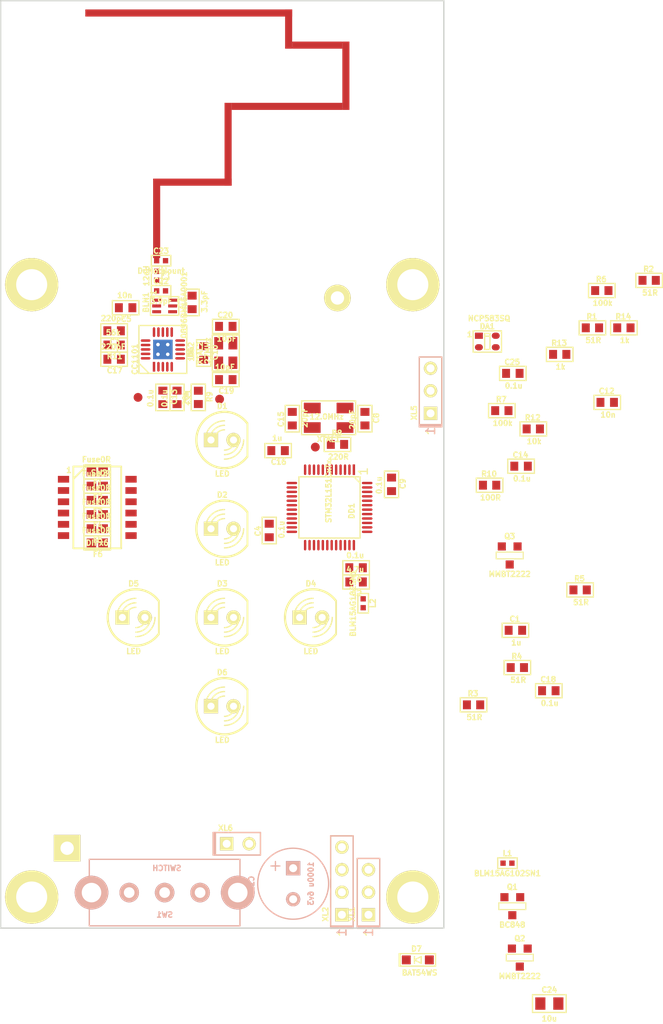
<source format=kicad_pcb>
(kicad_pcb (version 4) (host pcbnew 4.0.1-stable)

  (general
    (links 188)
    (no_connects 188)
    (area 0 0 0 0)
    (thickness 1.6)
    (drawings 10)
    (tracks 0)
    (zones 0)
    (modules 80)
    (nets 55)
  )

  (page A4)
  (layers
    (0 F.Cu signal)
    (31 B.Cu signal)
    (36 B.SilkS user)
    (37 F.SilkS user)
    (38 B.Mask user)
    (39 F.Mask user)
    (44 Edge.Cuts user)
    (49 F.Fab user)
  )

  (setup
    (last_trace_width 0.25)
    (trace_clearance 0.2)
    (zone_clearance 0.508)
    (zone_45_only no)
    (trace_min 0.2)
    (segment_width 0.2)
    (edge_width 0.15)
    (via_size 0.6)
    (via_drill 0.4)
    (via_min_size 0.4)
    (via_min_drill 0.3)
    (uvia_size 0.3)
    (uvia_drill 0.1)
    (uvias_allowed no)
    (uvia_min_size 0.2)
    (uvia_min_drill 0.1)
    (pcb_text_width 0.3)
    (pcb_text_size 1.5 1.5)
    (mod_edge_width 0.15)
    (mod_text_size 1 1)
    (mod_text_width 0.15)
    (pad_size 1.524 1.524)
    (pad_drill 0.762)
    (pad_to_mask_clearance 0.2)
    (aux_axis_origin 0 0)
    (visible_elements FFFFF75F)
    (pcbplotparams
      (layerselection 0x00030_80000001)
      (usegerberextensions false)
      (excludeedgelayer true)
      (linewidth 0.100000)
      (plotframeref false)
      (viasonmask false)
      (mode 1)
      (useauxorigin false)
      (hpglpennumber 1)
      (hpglpenspeed 20)
      (hpglpendiameter 15)
      (hpglpenoverlay 2)
      (psnegative false)
      (psa4output false)
      (plotreference true)
      (plotvalue true)
      (plotinvisibletext false)
      (padsonsilk false)
      (subtractmaskfromsilk false)
      (outputformat 1)
      (mirror false)
      (drillshape 1)
      (scaleselection 1)
      (outputdirectory ""))
  )

  (net 0 "")
  (net 1 /ANT2)
  (net 2 /ANT1)
  (net 3 GND)
  (net 4 /RF2)
  (net 5 /RF1)
  (net 6 +BATT)
  (net 7 PwrMCU)
  (net 8 VCC)
  (net 9 "Net-(C8-Pad1)")
  (net 10 +3.3V)
  (net 11 "Net-(C15-Pad1)")
  (net 12 "Net-(C18-Pad2)")
  (net 13 "Net-(C19-Pad1)")
  (net 14 "Net-(C20-Pad1)")
  (net 15 "Net-(C21-Pad1)")
  (net 16 "Net-(D1-PadA)")
  (net 17 "Net-(D2-PadA)")
  (net 18 "Net-(D3-PadA)")
  (net 19 "Net-(D4-PadA)")
  (net 20 "Net-(D5-PadA)")
  (net 21 /IR_LED_OUT)
  (net 22 /VibroOut)
  (net 23 /DS2)
  (net 24 /DS3)
  (net 25 "Net-(DD1-Pad6)")
  (net 26 "Net-(DD1-Pad7)")
  (net 27 /CC_CS)
  (net 28 /CC_GDO2)
  (net 29 /CC_GDO0)
  (net 30 /IR_LED)
  (net 31 /CC_SCK)
  (net 32 /CC_MISO)
  (net 33 /CC_MOSI)
  (net 34 /BAT_MEAS)
  (net 35 /IR_RX)
  (net 36 /Buzzer)
  (net 37 /DS6)
  (net 38 /UART_TX)
  (net 39 /UART_RX)
  (net 40 /DS5)
  (net 41 /DS4)
  (net 42 /SWDIO)
  (net 43 /SWCLK)
  (net 44 /DS1)
  (net 45 /STRAIGHT_LED)
  (net 46 /RIGHT_LED)
  (net 47 /LEFT_LED)
  (net 48 /YELLOW_LED)
  (net 49 /RED_LED)
  (net 50 "Net-(DD2-Pad17)")
  (net 51 "Net-(Q1-Pad2)")
  (net 52 "Net-(Q1-Pad1)")
  (net 53 "Net-(Q3-Pad1)")
  (net 54 /BAT_IN)

  (net_class Default "This is the default net class."
    (clearance 0.2)
    (trace_width 0.25)
    (via_dia 0.6)
    (via_drill 0.4)
    (uvia_dia 0.3)
    (uvia_drill 0.1)
    (add_net +3.3V)
    (add_net +BATT)
    (add_net /ANT1)
    (add_net /ANT2)
    (add_net /BAT_IN)
    (add_net /BAT_MEAS)
    (add_net /Buzzer)
    (add_net /CC_CS)
    (add_net /CC_GDO0)
    (add_net /CC_GDO2)
    (add_net /CC_MISO)
    (add_net /CC_MOSI)
    (add_net /CC_SCK)
    (add_net /DS1)
    (add_net /DS2)
    (add_net /DS3)
    (add_net /DS4)
    (add_net /DS5)
    (add_net /DS6)
    (add_net /IR_LED)
    (add_net /IR_LED_OUT)
    (add_net /IR_RX)
    (add_net /LEFT_LED)
    (add_net /RED_LED)
    (add_net /RF1)
    (add_net /RF2)
    (add_net /RIGHT_LED)
    (add_net /STRAIGHT_LED)
    (add_net /SWCLK)
    (add_net /SWDIO)
    (add_net /UART_RX)
    (add_net /UART_TX)
    (add_net /VibroOut)
    (add_net /YELLOW_LED)
    (add_net GND)
    (add_net "Net-(C15-Pad1)")
    (add_net "Net-(C18-Pad2)")
    (add_net "Net-(C19-Pad1)")
    (add_net "Net-(C20-Pad1)")
    (add_net "Net-(C21-Pad1)")
    (add_net "Net-(C8-Pad1)")
    (add_net "Net-(D1-PadA)")
    (add_net "Net-(D2-PadA)")
    (add_net "Net-(D3-PadA)")
    (add_net "Net-(D4-PadA)")
    (add_net "Net-(D5-PadA)")
    (add_net "Net-(DD1-Pad6)")
    (add_net "Net-(DD1-Pad7)")
    (add_net "Net-(DD2-Pad17)")
    (add_net "Net-(Q1-Pad1)")
    (add_net "Net-(Q1-Pad2)")
    (add_net "Net-(Q3-Pad1)")
    (add_net PwrMCU)
    (add_net VCC)
  )

  (module Radio:ANT_868_MEANDER_4HOR_35mm (layer F.Cu) (tedit 56A52DA9) (tstamp 56D23A74)
    (at 144.5 70.5 180)
    (path /56D2691E)
    (fp_text reference ANT1 (at 0 6.8 180) (layer F.SilkS) hide
      (effects (font (size 1 1) (thickness 0.15)))
    )
    (fp_text value ANT_PCB_MONO (at 0.2 3.6 180) (layer F.Fab) hide
      (effects (font (size 1 1) (thickness 0.15)))
    )
    (fp_line (start -17.5 0) (end 17.5 0) (layer F.Fab) (width 0.15))
    (fp_line (start -17.5 0) (end -17.5 29) (layer F.Fab) (width 0.15))
    (fp_line (start -17.5 29) (end 17.5 29) (layer F.Fab) (width 0.15))
    (fp_line (start 17.5 29) (end 17.5 0) (layer F.Fab) (width 0.15))
    (pad 1 smd rect (at 7.4 4.475 180) (size 0.8 8.95) (layers F.Cu)
      (net 1 /ANT2))
    (pad 1 smd rect (at 3.37 8.55 180) (size 8.86 0.8) (layers F.Cu)
      (net 1 /ANT2))
    (pad 1 smd rect (at -0.66 12.82 180) (size 0.8 9.34) (layers F.Cu)
      (net 1 /ANT2))
    (pad 1 smd rect (at -7.305 17.09 180) (size 12.49 0.8) (layers F.Cu)
      (net 1 /ANT2))
    (pad 1 smd rect (at -13.95 20.54 180) (size 0.8 7.7) (layers F.Cu)
      (net 1 /ANT2))
    (pad 1 smd rect (at -10.72 23.99 180) (size 5.66 0.8) (layers F.Cu)
      (net 1 /ANT2))
    (pad 1 smd rect (at -7.49 25.8 180) (size 0.8 4.42) (layers F.Cu)
      (net 1 /ANT2))
    (pad 1 smd rect (at 3.78 27.61 180) (size 23.34 0.8) (layers F.Cu)
      (net 1 /ANT2))
  )

  (module Radio:BALUN_JOHANSON868 (layer F.Cu) (tedit 55E2220F) (tstamp 56D23A7E)
    (at 138 75.9 90)
    (path /56D2648D)
    (fp_text reference BLN1 (at 0.4 -2.1 90) (layer F.SilkS)
      (effects (font (size 0.6 0.6) (thickness 0.15)))
    )
    (fp_text value 0896BM15A0001 (at 0.1 2.2 90) (layer F.SilkS)
      (effects (font (size 0.6 0.6) (thickness 0.15)))
    )
    (fp_text user 1 (at 1.5 -1.25 90) (layer F.SilkS)
      (effects (font (size 0.6 0.6) (thickness 0.15)))
    )
    (fp_line (start -1.05 -1.6) (end 1.05 -1.6) (layer F.SilkS) (width 0.15))
    (fp_line (start 1.05 -1.6) (end 1.05 1.6) (layer F.SilkS) (width 0.15))
    (fp_line (start 1.05 1.6) (end -1.05 1.6) (layer F.SilkS) (width 0.15))
    (fp_line (start -1.05 1.6) (end -1.05 -1.6) (layer F.SilkS) (width 0.15))
    (pad 1 smd rect (at 0.65 -0.9 90) (size 0.35 1) (layers F.Cu F.Mask)
      (net 2 /ANT1))
    (pad 2 smd rect (at 0 -0.9 90) (size 0.35 1) (layers F.Cu F.Mask)
      (net 3 GND))
    (pad 3 smd rect (at -0.65 -0.9 90) (size 0.35 1) (layers F.Cu F.Mask)
      (net 4 /RF2))
    (pad 4 smd rect (at -0.65 0.9 90) (size 0.35 1) (layers F.Cu F.Mask)
      (net 5 /RF1))
    (pad 5 smd rect (at 0 0.9 90) (size 0.35 1) (layers F.Cu F.Mask)
      (net 3 GND))
    (pad 6 smd rect (at 0.65 0.9 90) (size 0.35 1) (layers F.Cu F.Mask)
      (net 3 GND))
  )

  (module Capacitors:CAP_0603 (layer F.Cu) (tedit 551AC0D3) (tstamp 56D23A84)
    (at 177.575001 112.445)
    (path /56D334AB)
    (attr smd)
    (fp_text reference C1 (at -0.0635 -1.27) (layer F.SilkS)
      (effects (font (size 0.6 0.6) (thickness 0.15)))
    )
    (fp_text value 1u (at 0.09906 1.39954) (layer F.SilkS)
      (effects (font (size 0.6 0.6) (thickness 0.15)))
    )
    (fp_line (start -1.5 0) (end -1.5 -0.8) (layer F.SilkS) (width 0.15))
    (fp_line (start -1.5 -0.8) (end 1.5 -0.8) (layer F.SilkS) (width 0.15))
    (fp_line (start 1.5 -0.8) (end 1.5 0.8) (layer F.SilkS) (width 0.15))
    (fp_line (start 1.5 0.8) (end -1.5 0.8) (layer F.SilkS) (width 0.15))
    (fp_line (start -1.5 0.8) (end -1.5 0) (layer F.SilkS) (width 0.15))
    (pad 1 smd rect (at -0.762 0) (size 0.889 1.016) (layers F.Cu F.Mask)
      (net 6 +BATT))
    (pad 2 smd rect (at 0.762 0) (size 0.889 1.016) (layers F.Cu F.Mask)
      (net 3 GND))
    (model 3d\c_0603.wrl
      (at (xyz 0 0 0))
      (scale (xyz 1 1 1))
      (rotate (xyz 0 0 0))
    )
  )

  (module Capacitors:CAP_0603 (layer F.Cu) (tedit 551AC0D3) (tstamp 56D23A8A)
    (at 159.6 107 180)
    (path /56D263A6)
    (attr smd)
    (fp_text reference C2 (at -0.0635 -1.27 180) (layer F.SilkS)
      (effects (font (size 0.6 0.6) (thickness 0.15)))
    )
    (fp_text value 4.7u (at 0.09906 1.39954 180) (layer F.SilkS)
      (effects (font (size 0.6 0.6) (thickness 0.15)))
    )
    (fp_line (start -1.5 0) (end -1.5 -0.8) (layer F.SilkS) (width 0.15))
    (fp_line (start -1.5 -0.8) (end 1.5 -0.8) (layer F.SilkS) (width 0.15))
    (fp_line (start 1.5 -0.8) (end 1.5 0.8) (layer F.SilkS) (width 0.15))
    (fp_line (start 1.5 0.8) (end -1.5 0.8) (layer F.SilkS) (width 0.15))
    (fp_line (start -1.5 0.8) (end -1.5 0) (layer F.SilkS) (width 0.15))
    (pad 1 smd rect (at -0.762 0 180) (size 0.889 1.016) (layers F.Cu F.Mask)
      (net 7 PwrMCU))
    (pad 2 smd rect (at 0.762 0 180) (size 0.889 1.016) (layers F.Cu F.Mask)
      (net 3 GND))
    (model 3d\c_0603.wrl
      (at (xyz 0 0 0))
      (scale (xyz 1 1 1))
      (rotate (xyz 0 0 0))
    )
  )

  (module Capacitors:CAP_0603 (layer F.Cu) (tedit 551AC0D3) (tstamp 56D23A90)
    (at 132.3 78.7 180)
    (path /56D26444)
    (attr smd)
    (fp_text reference C3 (at -0.0635 -1.27 180) (layer F.SilkS)
      (effects (font (size 0.6 0.6) (thickness 0.15)))
    )
    (fp_text value 220pF (at 0.09906 1.39954 180) (layer F.SilkS)
      (effects (font (size 0.6 0.6) (thickness 0.15)))
    )
    (fp_line (start -1.5 0) (end -1.5 -0.8) (layer F.SilkS) (width 0.15))
    (fp_line (start -1.5 -0.8) (end 1.5 -0.8) (layer F.SilkS) (width 0.15))
    (fp_line (start 1.5 -0.8) (end 1.5 0.8) (layer F.SilkS) (width 0.15))
    (fp_line (start 1.5 0.8) (end -1.5 0.8) (layer F.SilkS) (width 0.15))
    (fp_line (start -1.5 0.8) (end -1.5 0) (layer F.SilkS) (width 0.15))
    (pad 1 smd rect (at -0.762 0 180) (size 0.889 1.016) (layers F.Cu F.Mask)
      (net 8 VCC))
    (pad 2 smd rect (at 0.762 0 180) (size 0.889 1.016) (layers F.Cu F.Mask)
      (net 3 GND))
    (model 3d\c_0603.wrl
      (at (xyz 0 0 0))
      (scale (xyz 1 1 1))
      (rotate (xyz 0 0 0))
    )
  )

  (module Capacitors:CAP_0603 (layer F.Cu) (tedit 551AC0D3) (tstamp 56D23A96)
    (at 149.8 101.2 90)
    (path /56D26384)
    (attr smd)
    (fp_text reference C4 (at -0.0635 -1.27 90) (layer F.SilkS)
      (effects (font (size 0.6 0.6) (thickness 0.15)))
    )
    (fp_text value 0.1u (at 0.09906 1.39954 90) (layer F.SilkS)
      (effects (font (size 0.6 0.6) (thickness 0.15)))
    )
    (fp_line (start -1.5 0) (end -1.5 -0.8) (layer F.SilkS) (width 0.15))
    (fp_line (start -1.5 -0.8) (end 1.5 -0.8) (layer F.SilkS) (width 0.15))
    (fp_line (start 1.5 -0.8) (end 1.5 0.8) (layer F.SilkS) (width 0.15))
    (fp_line (start 1.5 0.8) (end -1.5 0.8) (layer F.SilkS) (width 0.15))
    (fp_line (start -1.5 0.8) (end -1.5 0) (layer F.SilkS) (width 0.15))
    (pad 1 smd rect (at -0.762 0 90) (size 0.889 1.016) (layers F.Cu F.Mask)
      (net 7 PwrMCU))
    (pad 2 smd rect (at 0.762 0 90) (size 0.889 1.016) (layers F.Cu F.Mask)
      (net 3 GND))
    (model 3d\c_0603.wrl
      (at (xyz 0 0 0))
      (scale (xyz 1 1 1))
      (rotate (xyz 0 0 0))
    )
  )

  (module Capacitors:CAP_0603 (layer F.Cu) (tedit 551AC0D3) (tstamp 56D23A9C)
    (at 133.6 76.1 180)
    (path /56D26431)
    (attr smd)
    (fp_text reference C5 (at -0.0635 -1.27 180) (layer F.SilkS)
      (effects (font (size 0.6 0.6) (thickness 0.15)))
    )
    (fp_text value 10n (at 0.09906 1.39954 180) (layer F.SilkS)
      (effects (font (size 0.6 0.6) (thickness 0.15)))
    )
    (fp_line (start -1.5 0) (end -1.5 -0.8) (layer F.SilkS) (width 0.15))
    (fp_line (start -1.5 -0.8) (end 1.5 -0.8) (layer F.SilkS) (width 0.15))
    (fp_line (start 1.5 -0.8) (end 1.5 0.8) (layer F.SilkS) (width 0.15))
    (fp_line (start 1.5 0.8) (end -1.5 0.8) (layer F.SilkS) (width 0.15))
    (fp_line (start -1.5 0.8) (end -1.5 0) (layer F.SilkS) (width 0.15))
    (pad 1 smd rect (at -0.762 0 180) (size 0.889 1.016) (layers F.Cu F.Mask)
      (net 8 VCC))
    (pad 2 smd rect (at 0.762 0 180) (size 0.889 1.016) (layers F.Cu F.Mask)
      (net 3 GND))
    (model 3d\c_0603.wrl
      (at (xyz 0 0 0))
      (scale (xyz 1 1 1))
      (rotate (xyz 0 0 0))
    )
  )

  (module Capacitors:CAP_0603 (layer F.Cu) (tedit 551AC0D3) (tstamp 56D23AA2)
    (at 159.6 105.4 180)
    (path /56D263B3)
    (attr smd)
    (fp_text reference C6 (at -0.0635 -1.27 180) (layer F.SilkS)
      (effects (font (size 0.6 0.6) (thickness 0.15)))
    )
    (fp_text value 0.1u (at 0.09906 1.39954 180) (layer F.SilkS)
      (effects (font (size 0.6 0.6) (thickness 0.15)))
    )
    (fp_line (start -1.5 0) (end -1.5 -0.8) (layer F.SilkS) (width 0.15))
    (fp_line (start -1.5 -0.8) (end 1.5 -0.8) (layer F.SilkS) (width 0.15))
    (fp_line (start 1.5 -0.8) (end 1.5 0.8) (layer F.SilkS) (width 0.15))
    (fp_line (start 1.5 0.8) (end -1.5 0.8) (layer F.SilkS) (width 0.15))
    (fp_line (start -1.5 0.8) (end -1.5 0) (layer F.SilkS) (width 0.15))
    (pad 1 smd rect (at -0.762 0 180) (size 0.889 1.016) (layers F.Cu F.Mask)
      (net 7 PwrMCU))
    (pad 2 smd rect (at 0.762 0 180) (size 0.889 1.016) (layers F.Cu F.Mask)
      (net 3 GND))
    (model 3d\c_0603.wrl
      (at (xyz 0 0 0))
      (scale (xyz 1 1 1))
      (rotate (xyz 0 0 0))
    )
  )

  (module Capacitors:CAP_0603 (layer F.Cu) (tedit 551AC0D3) (tstamp 56D23AA8)
    (at 141.1 75.5 90)
    (path /56D2642A)
    (attr smd)
    (fp_text reference C7 (at -0.0635 -1.27 90) (layer F.SilkS)
      (effects (font (size 0.6 0.6) (thickness 0.15)))
    )
    (fp_text value 3.3pF (at 0.09906 1.39954 90) (layer F.SilkS)
      (effects (font (size 0.6 0.6) (thickness 0.15)))
    )
    (fp_line (start -1.5 0) (end -1.5 -0.8) (layer F.SilkS) (width 0.15))
    (fp_line (start -1.5 -0.8) (end 1.5 -0.8) (layer F.SilkS) (width 0.15))
    (fp_line (start 1.5 -0.8) (end 1.5 0.8) (layer F.SilkS) (width 0.15))
    (fp_line (start 1.5 0.8) (end -1.5 0.8) (layer F.SilkS) (width 0.15))
    (fp_line (start -1.5 0.8) (end -1.5 0) (layer F.SilkS) (width 0.15))
    (pad 1 smd rect (at -0.762 0 90) (size 0.889 1.016) (layers F.Cu F.Mask)
      (net 8 VCC))
    (pad 2 smd rect (at 0.762 0 90) (size 0.889 1.016) (layers F.Cu F.Mask)
      (net 3 GND))
    (model 3d\c_0603.wrl
      (at (xyz 0 0 0))
      (scale (xyz 1 1 1))
      (rotate (xyz 0 0 0))
    )
  )

  (module Capacitors:CAP_0603 (layer F.Cu) (tedit 551AC0D3) (tstamp 56D23AAE)
    (at 160.6 88.6 270)
    (path /56D26880)
    (attr smd)
    (fp_text reference C8 (at -0.0635 -1.27 270) (layer F.SilkS)
      (effects (font (size 0.6 0.6) (thickness 0.15)))
    )
    (fp_text value 20pF (at 0.09906 1.39954 270) (layer F.SilkS)
      (effects (font (size 0.6 0.6) (thickness 0.15)))
    )
    (fp_line (start -1.5 0) (end -1.5 -0.8) (layer F.SilkS) (width 0.15))
    (fp_line (start -1.5 -0.8) (end 1.5 -0.8) (layer F.SilkS) (width 0.15))
    (fp_line (start 1.5 -0.8) (end 1.5 0.8) (layer F.SilkS) (width 0.15))
    (fp_line (start 1.5 0.8) (end -1.5 0.8) (layer F.SilkS) (width 0.15))
    (fp_line (start -1.5 0.8) (end -1.5 0) (layer F.SilkS) (width 0.15))
    (pad 1 smd rect (at -0.762 0 270) (size 0.889 1.016) (layers F.Cu F.Mask)
      (net 9 "Net-(C8-Pad1)"))
    (pad 2 smd rect (at 0.762 0 270) (size 0.889 1.016) (layers F.Cu F.Mask)
      (net 3 GND))
    (model 3d\c_0603.wrl
      (at (xyz 0 0 0))
      (scale (xyz 1 1 1))
      (rotate (xyz 0 0 0))
    )
  )

  (module Capacitors:CAP_0603 (layer F.Cu) (tedit 551AC0D3) (tstamp 56D23AB4)
    (at 163.6 96 270)
    (path /56D2638B)
    (attr smd)
    (fp_text reference C9 (at -0.0635 -1.27 270) (layer F.SilkS)
      (effects (font (size 0.6 0.6) (thickness 0.15)))
    )
    (fp_text value 0.1u (at 0.09906 1.39954 270) (layer F.SilkS)
      (effects (font (size 0.6 0.6) (thickness 0.15)))
    )
    (fp_line (start -1.5 0) (end -1.5 -0.8) (layer F.SilkS) (width 0.15))
    (fp_line (start -1.5 -0.8) (end 1.5 -0.8) (layer F.SilkS) (width 0.15))
    (fp_line (start 1.5 -0.8) (end 1.5 0.8) (layer F.SilkS) (width 0.15))
    (fp_line (start 1.5 0.8) (end -1.5 0.8) (layer F.SilkS) (width 0.15))
    (fp_line (start -1.5 0.8) (end -1.5 0) (layer F.SilkS) (width 0.15))
    (pad 1 smd rect (at -0.762 0 270) (size 0.889 1.016) (layers F.Cu F.Mask)
      (net 7 PwrMCU))
    (pad 2 smd rect (at 0.762 0 270) (size 0.889 1.016) (layers F.Cu F.Mask)
      (net 3 GND))
    (model 3d\c_0603.wrl
      (at (xyz 0 0 0))
      (scale (xyz 1 1 1))
      (rotate (xyz 0 0 0))
    )
  )

  (module Capacitors:CAP_0603 (layer F.Cu) (tedit 551AC0D3) (tstamp 56D23ABA)
    (at 142.4 81.2 270)
    (path /56D26410)
    (attr smd)
    (fp_text reference C10 (at -0.0635 -1.27 270) (layer F.SilkS)
      (effects (font (size 0.6 0.6) (thickness 0.15)))
    )
    (fp_text value 10n (at 0.09906 1.39954 270) (layer F.SilkS)
      (effects (font (size 0.6 0.6) (thickness 0.15)))
    )
    (fp_line (start -1.5 0) (end -1.5 -0.8) (layer F.SilkS) (width 0.15))
    (fp_line (start -1.5 -0.8) (end 1.5 -0.8) (layer F.SilkS) (width 0.15))
    (fp_line (start 1.5 -0.8) (end 1.5 0.8) (layer F.SilkS) (width 0.15))
    (fp_line (start 1.5 0.8) (end -1.5 0.8) (layer F.SilkS) (width 0.15))
    (fp_line (start -1.5 0.8) (end -1.5 0) (layer F.SilkS) (width 0.15))
    (pad 1 smd rect (at -0.762 0 270) (size 0.889 1.016) (layers F.Cu F.Mask)
      (net 8 VCC))
    (pad 2 smd rect (at 0.762 0 270) (size 0.889 1.016) (layers F.Cu F.Mask)
      (net 3 GND))
    (model 3d\c_0603.wrl
      (at (xyz 0 0 0))
      (scale (xyz 1 1 1))
      (rotate (xyz 0 0 0))
    )
  )

  (module Capacitors:CAP_08xxR (layer B.Cu) (tedit 553B5EED) (tstamp 56D23AC0)
    (at 152.5 141 270)
    (descr "Polarized capacitor 08R 3.5F")
    (path /56D266D4)
    (fp_text reference C11 (at 0 4.7 270) (layer B.SilkS)
      (effects (font (size 0.6 0.6) (thickness 0.15)) (justify mirror))
    )
    (fp_text value "1000u 6v3" (at 0 -2 270) (layer B.SilkS)
      (effects (font (size 0.6 0.6) (thickness 0.15)) (justify mirror))
    )
    (fp_circle (center 0 0) (end 4.0005 0) (layer B.SilkS) (width 0.15))
    (fp_line (start -2.49936 1.99898) (end -1.4986 1.99898) (layer B.SilkS) (width 0.15))
    (fp_line (start -1.99898 2.49936) (end -1.99898 1.50114) (layer B.SilkS) (width 0.15))
    (pad 1 thru_hole rect (at -1.75 0 270) (size 1.6 1.6) (drill 0.9) (layers *.Cu *.Mask B.SilkS)
      (net 6 +BATT))
    (pad 2 thru_hole circle (at 1.75 0 270) (size 1.6 1.6) (drill 0.9) (layers *.Cu *.Mask B.SilkS)
      (net 3 GND))
  )

  (module Capacitors:CAP_0603 (layer F.Cu) (tedit 551AC0D3) (tstamp 56D23AC6)
    (at 187.935001 86.765)
    (path /56D26399)
    (attr smd)
    (fp_text reference C12 (at -0.0635 -1.27) (layer F.SilkS)
      (effects (font (size 0.6 0.6) (thickness 0.15)))
    )
    (fp_text value 10n (at 0.09906 1.39954) (layer F.SilkS)
      (effects (font (size 0.6 0.6) (thickness 0.15)))
    )
    (fp_line (start -1.5 0) (end -1.5 -0.8) (layer F.SilkS) (width 0.15))
    (fp_line (start -1.5 -0.8) (end 1.5 -0.8) (layer F.SilkS) (width 0.15))
    (fp_line (start 1.5 -0.8) (end 1.5 0.8) (layer F.SilkS) (width 0.15))
    (fp_line (start 1.5 0.8) (end -1.5 0.8) (layer F.SilkS) (width 0.15))
    (fp_line (start -1.5 0.8) (end -1.5 0) (layer F.SilkS) (width 0.15))
    (pad 1 smd rect (at -0.762 0) (size 0.889 1.016) (layers F.Cu F.Mask)
      (net 7 PwrMCU))
    (pad 2 smd rect (at 0.762 0) (size 0.889 1.016) (layers F.Cu F.Mask)
      (net 3 GND))
    (model 3d\c_0603.wrl
      (at (xyz 0 0 0))
      (scale (xyz 1 1 1))
      (rotate (xyz 0 0 0))
    )
  )

  (module Capacitors:CAP_0603 (layer F.Cu) (tedit 551AC0D3) (tstamp 56D23ACC)
    (at 137.8 86.2 270)
    (path /56D26417)
    (attr smd)
    (fp_text reference C13 (at -0.0635 -1.27 270) (layer F.SilkS)
      (effects (font (size 0.6 0.6) (thickness 0.15)))
    )
    (fp_text value 0.1u (at 0.09906 1.39954 270) (layer F.SilkS)
      (effects (font (size 0.6 0.6) (thickness 0.15)))
    )
    (fp_line (start -1.5 0) (end -1.5 -0.8) (layer F.SilkS) (width 0.15))
    (fp_line (start -1.5 -0.8) (end 1.5 -0.8) (layer F.SilkS) (width 0.15))
    (fp_line (start 1.5 -0.8) (end 1.5 0.8) (layer F.SilkS) (width 0.15))
    (fp_line (start 1.5 0.8) (end -1.5 0.8) (layer F.SilkS) (width 0.15))
    (fp_line (start -1.5 0.8) (end -1.5 0) (layer F.SilkS) (width 0.15))
    (pad 1 smd rect (at -0.762 0 270) (size 0.889 1.016) (layers F.Cu F.Mask)
      (net 8 VCC))
    (pad 2 smd rect (at 0.762 0 270) (size 0.889 1.016) (layers F.Cu F.Mask)
      (net 3 GND))
    (model 3d\c_0603.wrl
      (at (xyz 0 0 0))
      (scale (xyz 1 1 1))
      (rotate (xyz 0 0 0))
    )
  )

  (module Capacitors:CAP_0603 (layer F.Cu) (tedit 551AC0D3) (tstamp 56D23AD2)
    (at 178.215001 93.955)
    (path /56D334BE)
    (attr smd)
    (fp_text reference C14 (at -0.0635 -1.27) (layer F.SilkS)
      (effects (font (size 0.6 0.6) (thickness 0.15)))
    )
    (fp_text value 0.1u (at 0.09906 1.39954) (layer F.SilkS)
      (effects (font (size 0.6 0.6) (thickness 0.15)))
    )
    (fp_line (start -1.5 0) (end -1.5 -0.8) (layer F.SilkS) (width 0.15))
    (fp_line (start -1.5 -0.8) (end 1.5 -0.8) (layer F.SilkS) (width 0.15))
    (fp_line (start 1.5 -0.8) (end 1.5 0.8) (layer F.SilkS) (width 0.15))
    (fp_line (start 1.5 0.8) (end -1.5 0.8) (layer F.SilkS) (width 0.15))
    (fp_line (start -1.5 0.8) (end -1.5 0) (layer F.SilkS) (width 0.15))
    (pad 1 smd rect (at -0.762 0) (size 0.889 1.016) (layers F.Cu F.Mask)
      (net 10 +3.3V))
    (pad 2 smd rect (at 0.762 0) (size 0.889 1.016) (layers F.Cu F.Mask)
      (net 3 GND))
    (model 3d\c_0603.wrl
      (at (xyz 0 0 0))
      (scale (xyz 1 1 1))
      (rotate (xyz 0 0 0))
    )
  )

  (module Capacitors:CAP_0603 (layer F.Cu) (tedit 551AC0D3) (tstamp 56D23AD8)
    (at 152.4 88.6 90)
    (path /56D2686D)
    (attr smd)
    (fp_text reference C15 (at -0.0635 -1.27 90) (layer F.SilkS)
      (effects (font (size 0.6 0.6) (thickness 0.15)))
    )
    (fp_text value 20pF (at 0.09906 1.39954 90) (layer F.SilkS)
      (effects (font (size 0.6 0.6) (thickness 0.15)))
    )
    (fp_line (start -1.5 0) (end -1.5 -0.8) (layer F.SilkS) (width 0.15))
    (fp_line (start -1.5 -0.8) (end 1.5 -0.8) (layer F.SilkS) (width 0.15))
    (fp_line (start 1.5 -0.8) (end 1.5 0.8) (layer F.SilkS) (width 0.15))
    (fp_line (start 1.5 0.8) (end -1.5 0.8) (layer F.SilkS) (width 0.15))
    (fp_line (start -1.5 0.8) (end -1.5 0) (layer F.SilkS) (width 0.15))
    (pad 1 smd rect (at -0.762 0 90) (size 0.889 1.016) (layers F.Cu F.Mask)
      (net 11 "Net-(C15-Pad1)"))
    (pad 2 smd rect (at 0.762 0 90) (size 0.889 1.016) (layers F.Cu F.Mask)
      (net 3 GND))
    (model 3d\c_0603.wrl
      (at (xyz 0 0 0))
      (scale (xyz 1 1 1))
      (rotate (xyz 0 0 0))
    )
  )

  (module Capacitors:CAP_0603 (layer F.Cu) (tedit 551AC0D3) (tstamp 56D23ADE)
    (at 150.8 92.2 180)
    (path /56D26392)
    (attr smd)
    (fp_text reference C16 (at -0.0635 -1.27 180) (layer F.SilkS)
      (effects (font (size 0.6 0.6) (thickness 0.15)))
    )
    (fp_text value 1u (at 0.09906 1.39954 180) (layer F.SilkS)
      (effects (font (size 0.6 0.6) (thickness 0.15)))
    )
    (fp_line (start -1.5 0) (end -1.5 -0.8) (layer F.SilkS) (width 0.15))
    (fp_line (start -1.5 -0.8) (end 1.5 -0.8) (layer F.SilkS) (width 0.15))
    (fp_line (start 1.5 -0.8) (end 1.5 0.8) (layer F.SilkS) (width 0.15))
    (fp_line (start 1.5 0.8) (end -1.5 0.8) (layer F.SilkS) (width 0.15))
    (fp_line (start -1.5 0.8) (end -1.5 0) (layer F.SilkS) (width 0.15))
    (pad 1 smd rect (at -0.762 0 180) (size 0.889 1.016) (layers F.Cu F.Mask)
      (net 7 PwrMCU))
    (pad 2 smd rect (at 0.762 0 180) (size 0.889 1.016) (layers F.Cu F.Mask)
      (net 3 GND))
    (model 3d\c_0603.wrl
      (at (xyz 0 0 0))
      (scale (xyz 1 1 1))
      (rotate (xyz 0 0 0))
    )
  )

  (module Capacitors:CAP_0603 (layer F.Cu) (tedit 551AC0D3) (tstamp 56D23AE4)
    (at 132.3 81.9 180)
    (path /56D26403)
    (attr smd)
    (fp_text reference C17 (at -0.0635 -1.27 180) (layer F.SilkS)
      (effects (font (size 0.6 0.6) (thickness 0.15)))
    )
    (fp_text value 220pF (at 0.09906 1.39954 180) (layer F.SilkS)
      (effects (font (size 0.6 0.6) (thickness 0.15)))
    )
    (fp_line (start -1.5 0) (end -1.5 -0.8) (layer F.SilkS) (width 0.15))
    (fp_line (start -1.5 -0.8) (end 1.5 -0.8) (layer F.SilkS) (width 0.15))
    (fp_line (start 1.5 -0.8) (end 1.5 0.8) (layer F.SilkS) (width 0.15))
    (fp_line (start 1.5 0.8) (end -1.5 0.8) (layer F.SilkS) (width 0.15))
    (fp_line (start -1.5 0.8) (end -1.5 0) (layer F.SilkS) (width 0.15))
    (pad 1 smd rect (at -0.762 0 180) (size 0.889 1.016) (layers F.Cu F.Mask)
      (net 8 VCC))
    (pad 2 smd rect (at 0.762 0 180) (size 0.889 1.016) (layers F.Cu F.Mask)
      (net 3 GND))
    (model 3d\c_0603.wrl
      (at (xyz 0 0 0))
      (scale (xyz 1 1 1))
      (rotate (xyz 0 0 0))
    )
  )

  (module Capacitors:CAP_0603 (layer F.Cu) (tedit 551AC0D3) (tstamp 56D23AEA)
    (at 181.345001 119.255)
    (path /56D4A0CA)
    (attr smd)
    (fp_text reference C18 (at -0.0635 -1.27) (layer F.SilkS)
      (effects (font (size 0.6 0.6) (thickness 0.15)))
    )
    (fp_text value 0.1u (at 0.09906 1.39954) (layer F.SilkS)
      (effects (font (size 0.6 0.6) (thickness 0.15)))
    )
    (fp_line (start -1.5 0) (end -1.5 -0.8) (layer F.SilkS) (width 0.15))
    (fp_line (start -1.5 -0.8) (end 1.5 -0.8) (layer F.SilkS) (width 0.15))
    (fp_line (start 1.5 -0.8) (end 1.5 0.8) (layer F.SilkS) (width 0.15))
    (fp_line (start 1.5 0.8) (end -1.5 0.8) (layer F.SilkS) (width 0.15))
    (fp_line (start -1.5 0.8) (end -1.5 0) (layer F.SilkS) (width 0.15))
    (pad 1 smd rect (at -0.762 0) (size 0.889 1.016) (layers F.Cu F.Mask)
      (net 3 GND))
    (pad 2 smd rect (at 0.762 0) (size 0.889 1.016) (layers F.Cu F.Mask)
      (net 12 "Net-(C18-Pad2)"))
    (model 3d\c_0603.wrl
      (at (xyz 0 0 0))
      (scale (xyz 1 1 1))
      (rotate (xyz 0 0 0))
    )
  )

  (module Capacitors:CAP_0603 (layer F.Cu) (tedit 551AC0D3) (tstamp 56D23AF0)
    (at 144.9 84.2 180)
    (path /56D263E1)
    (attr smd)
    (fp_text reference C19 (at -0.0635 -1.27 180) (layer F.SilkS)
      (effects (font (size 0.6 0.6) (thickness 0.15)))
    )
    (fp_text value 10pF (at 0.09906 1.39954 180) (layer F.SilkS)
      (effects (font (size 0.6 0.6) (thickness 0.15)))
    )
    (fp_line (start -1.5 0) (end -1.5 -0.8) (layer F.SilkS) (width 0.15))
    (fp_line (start -1.5 -0.8) (end 1.5 -0.8) (layer F.SilkS) (width 0.15))
    (fp_line (start 1.5 -0.8) (end 1.5 0.8) (layer F.SilkS) (width 0.15))
    (fp_line (start 1.5 0.8) (end -1.5 0.8) (layer F.SilkS) (width 0.15))
    (fp_line (start -1.5 0.8) (end -1.5 0) (layer F.SilkS) (width 0.15))
    (pad 1 smd rect (at -0.762 0 180) (size 0.889 1.016) (layers F.Cu F.Mask)
      (net 13 "Net-(C19-Pad1)"))
    (pad 2 smd rect (at 0.762 0 180) (size 0.889 1.016) (layers F.Cu F.Mask)
      (net 3 GND))
    (model 3d\c_0603.wrl
      (at (xyz 0 0 0))
      (scale (xyz 1 1 1))
      (rotate (xyz 0 0 0))
    )
  )

  (module Capacitors:CAP_0603 (layer F.Cu) (tedit 551AC0D3) (tstamp 56D23AF6)
    (at 144.9 78.2)
    (path /56D263CE)
    (attr smd)
    (fp_text reference C20 (at -0.0635 -1.27) (layer F.SilkS)
      (effects (font (size 0.6 0.6) (thickness 0.15)))
    )
    (fp_text value 10pF (at 0.09906 1.39954) (layer F.SilkS)
      (effects (font (size 0.6 0.6) (thickness 0.15)))
    )
    (fp_line (start -1.5 0) (end -1.5 -0.8) (layer F.SilkS) (width 0.15))
    (fp_line (start -1.5 -0.8) (end 1.5 -0.8) (layer F.SilkS) (width 0.15))
    (fp_line (start 1.5 -0.8) (end 1.5 0.8) (layer F.SilkS) (width 0.15))
    (fp_line (start 1.5 0.8) (end -1.5 0.8) (layer F.SilkS) (width 0.15))
    (fp_line (start -1.5 0.8) (end -1.5 0) (layer F.SilkS) (width 0.15))
    (pad 1 smd rect (at -0.762 0) (size 0.889 1.016) (layers F.Cu F.Mask)
      (net 14 "Net-(C20-Pad1)"))
    (pad 2 smd rect (at 0.762 0) (size 0.889 1.016) (layers F.Cu F.Mask)
      (net 3 GND))
    (model 3d\c_0603.wrl
      (at (xyz 0 0 0))
      (scale (xyz 1 1 1))
      (rotate (xyz 0 0 0))
    )
  )

  (module Capacitors:CAP_0603 (layer F.Cu) (tedit 551AC0D3) (tstamp 56D23AFC)
    (at 139.4 86.2 270)
    (path /56D26471)
    (attr smd)
    (fp_text reference C21 (at -0.0635 -1.27 270) (layer F.SilkS)
      (effects (font (size 0.6 0.6) (thickness 0.15)))
    )
    (fp_text value 0.1u (at 0.09906 1.39954 270) (layer F.SilkS)
      (effects (font (size 0.6 0.6) (thickness 0.15)))
    )
    (fp_line (start -1.5 0) (end -1.5 -0.8) (layer F.SilkS) (width 0.15))
    (fp_line (start -1.5 -0.8) (end 1.5 -0.8) (layer F.SilkS) (width 0.15))
    (fp_line (start 1.5 -0.8) (end 1.5 0.8) (layer F.SilkS) (width 0.15))
    (fp_line (start 1.5 0.8) (end -1.5 0.8) (layer F.SilkS) (width 0.15))
    (fp_line (start -1.5 0.8) (end -1.5 0) (layer F.SilkS) (width 0.15))
    (pad 1 smd rect (at -0.762 0 270) (size 0.889 1.016) (layers F.Cu F.Mask)
      (net 15 "Net-(C21-Pad1)"))
    (pad 2 smd rect (at 0.762 0 270) (size 0.889 1.016) (layers F.Cu F.Mask)
      (net 3 GND))
    (model 3d\c_0603.wrl
      (at (xyz 0 0 0))
      (scale (xyz 1 1 1))
      (rotate (xyz 0 0 0))
    )
  )

  (module Capacitors:CAP_0402 (layer F.Cu) (tedit 551C278F) (tstamp 56D23B02)
    (at 137.6 74.2)
    (path /56D2647F)
    (attr smd)
    (fp_text reference C22 (at 0 -1.1) (layer F.SilkS)
      (effects (font (size 0.6 0.6) (thickness 0.15)))
    )
    (fp_text value 3.9pF (at 0 1.15) (layer F.SilkS)
      (effects (font (size 0.6 0.6) (thickness 0.15)))
    )
    (fp_line (start 0 -0.6) (end 1.1 -0.6) (layer F.SilkS) (width 0.15))
    (fp_line (start 1.1 -0.6) (end 1.1 0.6) (layer F.SilkS) (width 0.15))
    (fp_line (start 1.1 0.6) (end -1.1 0.6) (layer F.SilkS) (width 0.15))
    (fp_line (start -1.1 0.6) (end -1.1 -0.6) (layer F.SilkS) (width 0.15))
    (fp_line (start -1.1 -0.6) (end 0 -0.6) (layer F.SilkS) (width 0.15))
    (pad 1 smd rect (at -0.5 0) (size 0.6 0.6) (layers F.Cu F.Mask)
      (net 2 /ANT1))
    (pad 2 smd rect (at 0.5 0) (size 0.6 0.6) (layers F.Cu F.Mask)
      (net 3 GND))
    (model 3d\c_0402.wrl
      (at (xyz 0 0 0))
      (scale (xyz 1 1 1))
      (rotate (xyz 0 0 0))
    )
  )

  (module Capacitors:CAP_0402 (layer F.Cu) (tedit 551C278F) (tstamp 56D23B08)
    (at 137.6 70.8)
    (path /56D26627)
    (attr smd)
    (fp_text reference C23 (at 0 -1.1) (layer F.SilkS)
      (effects (font (size 0.6 0.6) (thickness 0.15)))
    )
    (fp_text value DoNotMount (at 0 1.15) (layer F.SilkS)
      (effects (font (size 0.6 0.6) (thickness 0.15)))
    )
    (fp_line (start 0 -0.6) (end 1.1 -0.6) (layer F.SilkS) (width 0.15))
    (fp_line (start 1.1 -0.6) (end 1.1 0.6) (layer F.SilkS) (width 0.15))
    (fp_line (start 1.1 0.6) (end -1.1 0.6) (layer F.SilkS) (width 0.15))
    (fp_line (start -1.1 0.6) (end -1.1 -0.6) (layer F.SilkS) (width 0.15))
    (fp_line (start -1.1 -0.6) (end 0 -0.6) (layer F.SilkS) (width 0.15))
    (pad 1 smd rect (at -0.5 0) (size 0.6 0.6) (layers F.Cu F.Mask)
      (net 1 /ANT2))
    (pad 2 smd rect (at 0.5 0) (size 0.6 0.6) (layers F.Cu F.Mask)
      (net 3 GND))
    (model 3d\c_0402.wrl
      (at (xyz 0 0 0))
      (scale (xyz 1 1 1))
      (rotate (xyz 0 0 0))
    )
  )

  (module Capacitors:CAP_0805 (layer F.Cu) (tedit 551AC196) (tstamp 56D23B0E)
    (at 181.405001 154.505)
    (path /56D2666A)
    (attr smd)
    (fp_text reference C24 (at 0 -1.55) (layer F.SilkS)
      (effects (font (size 0.6 0.6) (thickness 0.15)))
    )
    (fp_text value 10u (at 0 1.69926) (layer F.SilkS)
      (effects (font (size 0.6 0.6) (thickness 0.15)))
    )
    (fp_line (start -1.9 -1) (end 1.9 -1) (layer F.SilkS) (width 0.15))
    (fp_line (start 1.9 -1) (end 1.9 1) (layer F.SilkS) (width 0.15))
    (fp_line (start 1.9 1) (end -1.9 1) (layer F.SilkS) (width 0.15))
    (fp_line (start -1.9 1) (end -1.9 -1) (layer F.SilkS) (width 0.15))
    (pad 1 smd rect (at -1.016 0) (size 1.143 1.397) (layers F.Cu F.Mask)
      (net 6 +BATT))
    (pad 2 smd rect (at 1.016 0) (size 1.143 1.397) (layers F.Cu F.Mask)
      (net 3 GND))
    (model 3d\c_0805.wrl
      (at (xyz 0 0 0))
      (scale (xyz 1 1 1))
      (rotate (xyz 0 0 0))
    )
  )

  (module Capacitors:CAP_0603 (layer F.Cu) (tedit 551AC0D3) (tstamp 56D23B14)
    (at 177.285001 83.495)
    (path /56D2694D)
    (attr smd)
    (fp_text reference C25 (at -0.0635 -1.27) (layer F.SilkS)
      (effects (font (size 0.6 0.6) (thickness 0.15)))
    )
    (fp_text value 0.1u (at 0.09906 1.39954) (layer F.SilkS)
      (effects (font (size 0.6 0.6) (thickness 0.15)))
    )
    (fp_line (start -1.5 0) (end -1.5 -0.8) (layer F.SilkS) (width 0.15))
    (fp_line (start -1.5 -0.8) (end 1.5 -0.8) (layer F.SilkS) (width 0.15))
    (fp_line (start 1.5 -0.8) (end 1.5 0.8) (layer F.SilkS) (width 0.15))
    (fp_line (start 1.5 0.8) (end -1.5 0.8) (layer F.SilkS) (width 0.15))
    (fp_line (start -1.5 0.8) (end -1.5 0) (layer F.SilkS) (width 0.15))
    (pad 1 smd rect (at -0.762 0) (size 0.889 1.016) (layers F.Cu F.Mask)
      (net 6 +BATT))
    (pad 2 smd rect (at 0.762 0) (size 0.889 1.016) (layers F.Cu F.Mask)
      (net 3 GND))
    (model 3d\c_0603.wrl
      (at (xyz 0 0 0))
      (scale (xyz 1 1 1))
      (rotate (xyz 0 0 0))
    )
  )

  (module LEDs:LED_Through-Hole-5mm (layer F.Cu) (tedit 5539F948) (tstamp 56D23B1A)
    (at 144.5 91)
    (descr "LED 5mm - Lead pitch 100mil (2,54mm)")
    (tags "LED led 5mm 5MM 100mil 2,54mm")
    (path /56D3DF01)
    (attr virtual)
    (fp_text reference D1 (at 0 -3.81) (layer F.SilkS)
      (effects (font (size 0.6 0.6) (thickness 0.15)))
    )
    (fp_text value LED (at 0 3.81) (layer F.SilkS)
      (effects (font (size 0.59944 0.59944) (thickness 0.14986)))
    )
    (fp_line (start 2.8448 1.905) (end 2.8448 -1.905) (layer F.SilkS) (width 0.2032))
    (fp_arc (start 0.254 0) (end 2.794 1.905) (angle 286.2) (layer F.SilkS) (width 0.254))
    (fp_arc (start 0.254 0) (end -0.889 0) (angle 90) (layer F.SilkS) (width 0.1524))
    (fp_arc (start 0.254 0) (end 1.397 0) (angle 90) (layer F.SilkS) (width 0.1524))
    (fp_arc (start 0.254 0) (end -1.397 0) (angle 90) (layer F.SilkS) (width 0.1524))
    (fp_arc (start 0.254 0) (end 1.905 0) (angle 90) (layer F.SilkS) (width 0.1524))
    (fp_arc (start 0.254 0) (end -1.905 0) (angle 90) (layer F.SilkS) (width 0.1524))
    (fp_arc (start 0.254 0) (end 2.413 0) (angle 90) (layer F.SilkS) (width 0.1524))
    (pad A thru_hole rect (at -1.27 0) (size 1.6 1.6) (drill 0.8) (layers *.Cu *.Mask F.SilkS)
      (net 16 "Net-(D1-PadA)"))
    (pad C thru_hole circle (at 1.27 0) (size 1.6 1.6) (drill 0.8) (layers *.Cu *.Mask F.SilkS)
      (net 3 GND))
    (model discret/leds/led5_vertical_verde.wrl
      (at (xyz 0 0 0))
      (scale (xyz 1 1 1))
      (rotate (xyz 0 0 0))
    )
  )

  (module LEDs:LED_Through-Hole-5mm (layer F.Cu) (tedit 5539F948) (tstamp 56D23B20)
    (at 144.5 101)
    (descr "LED 5mm - Lead pitch 100mil (2,54mm)")
    (tags "LED led 5mm 5MM 100mil 2,54mm")
    (path /56D40828)
    (attr virtual)
    (fp_text reference D2 (at 0 -3.81) (layer F.SilkS)
      (effects (font (size 0.6 0.6) (thickness 0.15)))
    )
    (fp_text value LED (at 0 3.81) (layer F.SilkS)
      (effects (font (size 0.59944 0.59944) (thickness 0.14986)))
    )
    (fp_line (start 2.8448 1.905) (end 2.8448 -1.905) (layer F.SilkS) (width 0.2032))
    (fp_arc (start 0.254 0) (end 2.794 1.905) (angle 286.2) (layer F.SilkS) (width 0.254))
    (fp_arc (start 0.254 0) (end -0.889 0) (angle 90) (layer F.SilkS) (width 0.1524))
    (fp_arc (start 0.254 0) (end 1.397 0) (angle 90) (layer F.SilkS) (width 0.1524))
    (fp_arc (start 0.254 0) (end -1.397 0) (angle 90) (layer F.SilkS) (width 0.1524))
    (fp_arc (start 0.254 0) (end 1.905 0) (angle 90) (layer F.SilkS) (width 0.1524))
    (fp_arc (start 0.254 0) (end -1.905 0) (angle 90) (layer F.SilkS) (width 0.1524))
    (fp_arc (start 0.254 0) (end 2.413 0) (angle 90) (layer F.SilkS) (width 0.1524))
    (pad A thru_hole rect (at -1.27 0) (size 1.6 1.6) (drill 0.8) (layers *.Cu *.Mask F.SilkS)
      (net 17 "Net-(D2-PadA)"))
    (pad C thru_hole circle (at 1.27 0) (size 1.6 1.6) (drill 0.8) (layers *.Cu *.Mask F.SilkS)
      (net 3 GND))
    (model discret/leds/led5_vertical_verde.wrl
      (at (xyz 0 0 0))
      (scale (xyz 1 1 1))
      (rotate (xyz 0 0 0))
    )
  )

  (module LEDs:LED_Through-Hole-5mm (layer F.Cu) (tedit 5539F948) (tstamp 56D23B26)
    (at 144.5 111)
    (descr "LED 5mm - Lead pitch 100mil (2,54mm)")
    (tags "LED led 5mm 5MM 100mil 2,54mm")
    (path /56D4092C)
    (attr virtual)
    (fp_text reference D3 (at 0 -3.81) (layer F.SilkS)
      (effects (font (size 0.6 0.6) (thickness 0.15)))
    )
    (fp_text value LED (at 0 3.81) (layer F.SilkS)
      (effects (font (size 0.59944 0.59944) (thickness 0.14986)))
    )
    (fp_line (start 2.8448 1.905) (end 2.8448 -1.905) (layer F.SilkS) (width 0.2032))
    (fp_arc (start 0.254 0) (end 2.794 1.905) (angle 286.2) (layer F.SilkS) (width 0.254))
    (fp_arc (start 0.254 0) (end -0.889 0) (angle 90) (layer F.SilkS) (width 0.1524))
    (fp_arc (start 0.254 0) (end 1.397 0) (angle 90) (layer F.SilkS) (width 0.1524))
    (fp_arc (start 0.254 0) (end -1.397 0) (angle 90) (layer F.SilkS) (width 0.1524))
    (fp_arc (start 0.254 0) (end 1.905 0) (angle 90) (layer F.SilkS) (width 0.1524))
    (fp_arc (start 0.254 0) (end -1.905 0) (angle 90) (layer F.SilkS) (width 0.1524))
    (fp_arc (start 0.254 0) (end 2.413 0) (angle 90) (layer F.SilkS) (width 0.1524))
    (pad A thru_hole rect (at -1.27 0) (size 1.6 1.6) (drill 0.8) (layers *.Cu *.Mask F.SilkS)
      (net 18 "Net-(D3-PadA)"))
    (pad C thru_hole circle (at 1.27 0) (size 1.6 1.6) (drill 0.8) (layers *.Cu *.Mask F.SilkS)
      (net 3 GND))
    (model discret/leds/led5_vertical_verde.wrl
      (at (xyz 0 0 0))
      (scale (xyz 1 1 1))
      (rotate (xyz 0 0 0))
    )
  )

  (module LEDs:LED_Through-Hole-5mm (layer F.Cu) (tedit 5539F948) (tstamp 56D23B2C)
    (at 154.5 111)
    (descr "LED 5mm - Lead pitch 100mil (2,54mm)")
    (tags "LED led 5mm 5MM 100mil 2,54mm")
    (path /56D40C67)
    (attr virtual)
    (fp_text reference D4 (at 0 -3.81) (layer F.SilkS)
      (effects (font (size 0.6 0.6) (thickness 0.15)))
    )
    (fp_text value LED (at 0 3.81) (layer F.SilkS)
      (effects (font (size 0.59944 0.59944) (thickness 0.14986)))
    )
    (fp_line (start 2.8448 1.905) (end 2.8448 -1.905) (layer F.SilkS) (width 0.2032))
    (fp_arc (start 0.254 0) (end 2.794 1.905) (angle 286.2) (layer F.SilkS) (width 0.254))
    (fp_arc (start 0.254 0) (end -0.889 0) (angle 90) (layer F.SilkS) (width 0.1524))
    (fp_arc (start 0.254 0) (end 1.397 0) (angle 90) (layer F.SilkS) (width 0.1524))
    (fp_arc (start 0.254 0) (end -1.397 0) (angle 90) (layer F.SilkS) (width 0.1524))
    (fp_arc (start 0.254 0) (end 1.905 0) (angle 90) (layer F.SilkS) (width 0.1524))
    (fp_arc (start 0.254 0) (end -1.905 0) (angle 90) (layer F.SilkS) (width 0.1524))
    (fp_arc (start 0.254 0) (end 2.413 0) (angle 90) (layer F.SilkS) (width 0.1524))
    (pad A thru_hole rect (at -1.27 0) (size 1.6 1.6) (drill 0.8) (layers *.Cu *.Mask F.SilkS)
      (net 19 "Net-(D4-PadA)"))
    (pad C thru_hole circle (at 1.27 0) (size 1.6 1.6) (drill 0.8) (layers *.Cu *.Mask F.SilkS)
      (net 3 GND))
    (model discret/leds/led5_vertical_verde.wrl
      (at (xyz 0 0 0))
      (scale (xyz 1 1 1))
      (rotate (xyz 0 0 0))
    )
  )

  (module LEDs:LED_Through-Hole-5mm (layer F.Cu) (tedit 5539F948) (tstamp 56D23B32)
    (at 134.5 111)
    (descr "LED 5mm - Lead pitch 100mil (2,54mm)")
    (tags "LED led 5mm 5MM 100mil 2,54mm")
    (path /56D40C7C)
    (attr virtual)
    (fp_text reference D5 (at 0 -3.81) (layer F.SilkS)
      (effects (font (size 0.6 0.6) (thickness 0.15)))
    )
    (fp_text value LED (at 0 3.81) (layer F.SilkS)
      (effects (font (size 0.59944 0.59944) (thickness 0.14986)))
    )
    (fp_line (start 2.8448 1.905) (end 2.8448 -1.905) (layer F.SilkS) (width 0.2032))
    (fp_arc (start 0.254 0) (end 2.794 1.905) (angle 286.2) (layer F.SilkS) (width 0.254))
    (fp_arc (start 0.254 0) (end -0.889 0) (angle 90) (layer F.SilkS) (width 0.1524))
    (fp_arc (start 0.254 0) (end 1.397 0) (angle 90) (layer F.SilkS) (width 0.1524))
    (fp_arc (start 0.254 0) (end -1.397 0) (angle 90) (layer F.SilkS) (width 0.1524))
    (fp_arc (start 0.254 0) (end 1.905 0) (angle 90) (layer F.SilkS) (width 0.1524))
    (fp_arc (start 0.254 0) (end -1.905 0) (angle 90) (layer F.SilkS) (width 0.1524))
    (fp_arc (start 0.254 0) (end 2.413 0) (angle 90) (layer F.SilkS) (width 0.1524))
    (pad A thru_hole rect (at -1.27 0) (size 1.6 1.6) (drill 0.8) (layers *.Cu *.Mask F.SilkS)
      (net 20 "Net-(D5-PadA)"))
    (pad C thru_hole circle (at 1.27 0) (size 1.6 1.6) (drill 0.8) (layers *.Cu *.Mask F.SilkS)
      (net 3 GND))
    (model discret/leds/led5_vertical_verde.wrl
      (at (xyz 0 0 0))
      (scale (xyz 1 1 1))
      (rotate (xyz 0 0 0))
    )
  )

  (module LEDs:LED_Through-Hole-5mm (layer F.Cu) (tedit 5539F948) (tstamp 56D23B38)
    (at 144.5 121)
    (descr "LED 5mm - Lead pitch 100mil (2,54mm)")
    (tags "LED led 5mm 5MM 100mil 2,54mm")
    (path /56D268BD)
    (attr virtual)
    (fp_text reference D6 (at 0 -3.81) (layer F.SilkS)
      (effects (font (size 0.6 0.6) (thickness 0.15)))
    )
    (fp_text value LED (at 0 3.81) (layer F.SilkS)
      (effects (font (size 0.59944 0.59944) (thickness 0.14986)))
    )
    (fp_line (start 2.8448 1.905) (end 2.8448 -1.905) (layer F.SilkS) (width 0.2032))
    (fp_arc (start 0.254 0) (end 2.794 1.905) (angle 286.2) (layer F.SilkS) (width 0.254))
    (fp_arc (start 0.254 0) (end -0.889 0) (angle 90) (layer F.SilkS) (width 0.1524))
    (fp_arc (start 0.254 0) (end 1.397 0) (angle 90) (layer F.SilkS) (width 0.1524))
    (fp_arc (start 0.254 0) (end -1.397 0) (angle 90) (layer F.SilkS) (width 0.1524))
    (fp_arc (start 0.254 0) (end 1.905 0) (angle 90) (layer F.SilkS) (width 0.1524))
    (fp_arc (start 0.254 0) (end -1.905 0) (angle 90) (layer F.SilkS) (width 0.1524))
    (fp_arc (start 0.254 0) (end 2.413 0) (angle 90) (layer F.SilkS) (width 0.1524))
    (pad A thru_hole rect (at -1.27 0) (size 1.6 1.6) (drill 0.8) (layers *.Cu *.Mask F.SilkS)
      (net 6 +BATT))
    (pad C thru_hole circle (at 1.27 0) (size 1.6 1.6) (drill 0.8) (layers *.Cu *.Mask F.SilkS)
      (net 21 /IR_LED_OUT))
    (model discret/leds/led5_vertical_verde.wrl
      (at (xyz 0 0 0))
      (scale (xyz 1 1 1))
      (rotate (xyz 0 0 0))
    )
  )

  (module Diodes:SOD323 (layer F.Cu) (tedit 551FD193) (tstamp 56D23B3E)
    (at 166.565001 149.584078)
    (path /56D26531)
    (attr smd)
    (fp_text reference D7 (at -0.14986 -1.24968) (layer F.SilkS)
      (effects (font (size 0.59944 0.59944) (thickness 0.14986)))
    )
    (fp_text value BAT54WS (at 0.20066 1.45034) (layer F.SilkS)
      (effects (font (size 0.59944 0.59944) (thickness 0.14986)))
    )
    (fp_line (start -2 -0.7) (end -2.1 -0.7) (layer F.SilkS) (width 0.15))
    (fp_line (start -2.1 -0.7) (end -2.1 0.7) (layer F.SilkS) (width 0.15))
    (fp_line (start -2.1 0.7) (end -2 0.7) (layer F.SilkS) (width 0.15))
    (fp_line (start -2 -0.7) (end 2 -0.7) (layer F.SilkS) (width 0.15))
    (fp_line (start 2 -0.7) (end 2 0.7) (layer F.SilkS) (width 0.15))
    (fp_line (start 2 0.7) (end -2 0.7) (layer F.SilkS) (width 0.15))
    (fp_line (start -2 0.7) (end -2 -0.7) (layer F.SilkS) (width 0.15))
    (fp_line (start -0.381 0.381) (end -0.381 -0.381) (layer F.SilkS) (width 0.15))
    (fp_line (start 0.381 0) (end 0.381 -0.381) (layer F.SilkS) (width 0.15))
    (fp_line (start 0.381 -0.381) (end -0.381 0) (layer F.SilkS) (width 0.15))
    (fp_line (start -0.381 0) (end 0.381 0.381) (layer F.SilkS) (width 0.15))
    (fp_line (start 0.381 0.381) (end 0.381 0) (layer F.SilkS) (width 0.15))
    (pad C smd rect (at -1.30048 0) (size 1.00076 1.00076) (layers F.Cu F.Mask)
      (net 6 +BATT))
    (pad A smd rect (at 1.30048 0) (size 1.00076 1.00076) (layers F.Cu F.Mask)
      (net 22 /VibroOut))
    (model smd/chip_cms.wrl
      (at (xyz 0 0 0))
      (scale (xyz 0.17 0.16 0.16))
      (rotate (xyz 0 0 0))
    )
  )

  (module SOT:SC82AB (layer F.Cu) (tedit 56C360E7) (tstamp 56D23B46)
    (at 174.406429 79.905)
    (path /56D334D1)
    (fp_text reference DA1 (at 0 -1.7) (layer F.SilkS)
      (effects (font (size 0.6 0.6) (thickness 0.15)))
    )
    (fp_text value NCP583SQ (at 0.2 -2.6) (layer F.SilkS)
      (effects (font (size 0.6 0.6) (thickness 0.15)))
    )
    (fp_line (start -0.3 -0.6) (end 0.3 -0.6) (layer F.SilkS) (width 0.15))
    (fp_line (start -0.3 0.9) (end -0.3 -0.9) (layer F.SilkS) (width 0.15))
    (fp_line (start -0.3 -0.9) (end 0.3 -0.9) (layer F.SilkS) (width 0.15))
    (fp_line (start 0.3 -0.9) (end 0.3 0.9) (layer F.SilkS) (width 0.15))
    (fp_line (start 0.3 0.9) (end -0.3 0.9) (layer F.SilkS) (width 0.15))
    (fp_text user 1 (at -2 -0.8) (layer F.SilkS)
      (effects (font (size 0.6 0.6) (thickness 0.15)))
    )
    (fp_line (start -1.6 -1.2) (end 1.6 -1.2) (layer F.SilkS) (width 0.15))
    (fp_line (start 1.6 -1.2) (end 1.6 1.2) (layer F.SilkS) (width 0.15))
    (fp_line (start 1.6 1.2) (end -1.6 1.2) (layer F.SilkS) (width 0.15))
    (fp_line (start -1.6 1.2) (end -1.6 -1.2) (layer F.SilkS) (width 0.15))
    (pad 1 smd rect (at -0.94996 -0.65024) (size 0.89916 0.70104) (layers F.Cu F.Mask)
      (net 6 +BATT))
    (pad 2 smd oval (at -0.94996 0.65024) (size 0.89916 0.70104) (layers F.Cu F.Mask)
      (net 3 GND))
    (pad 3 smd oval (at 0.94996 0.65024) (size 0.89916 0.70104) (layers F.Cu F.Mask)
      (net 10 +3.3V))
    (pad 4 smd oval (at 0.94996 -0.65024) (size 0.89916 0.70104) (layers F.Cu F.Mask)
      (net 6 +BATT))
  )

  (module LQFP_TQFP:LQFP48 (layer F.Cu) (tedit 555391F2) (tstamp 56D23B7A)
    (at 156.6 98.6 270)
    (path /56D26644)
    (fp_text reference DD1 (at 0.39878 -2.49936 270) (layer F.SilkS)
      (effects (font (size 0.59944 0.59944) (thickness 0.14986)))
    )
    (fp_text value STM32L151CxTx (at -1.80086 0.09906 270) (layer F.SilkS)
      (effects (font (size 0.59944 0.59944) (thickness 0.14986)))
    )
    (fp_text user 1 (at -4.064 -3.81 270) (layer F.SilkS)
      (effects (font (size 1 1) (thickness 0.15)))
    )
    (fp_line (start -3.45 -2.75) (end -2.75 -3.45) (layer F.SilkS) (width 0.15))
    (fp_line (start 0 -3.45) (end 3.45 -3.45) (layer F.SilkS) (width 0.15))
    (fp_line (start 3.45 -3.45) (end 3.45 3.45) (layer F.SilkS) (width 0.15))
    (fp_line (start 3.45 3.45) (end -3.45 3.45) (layer F.SilkS) (width 0.15))
    (fp_line (start -3.45 3.45) (end -3.45 -3.45) (layer F.SilkS) (width 0.15))
    (fp_line (start -3.45 -3.45) (end 0 -3.45) (layer F.SilkS) (width 0.15))
    (pad 1 smd rect (at -4.25 -2.75 270) (size 1.2 0.27) (layers F.Cu F.Mask)
      (net 7 PwrMCU))
    (pad 2 smd oval (at -4.25 -2.25 270) (size 1.2 0.27) (layers F.Cu F.Mask)
      (net 23 /DS2))
    (pad 3 smd oval (at -4.25 -1.75 270) (size 1.2 0.27) (layers F.Cu F.Mask)
      (net 24 /DS3))
    (pad 4 smd oval (at -4.25 -1.25 270) (size 1.2 0.27) (layers F.Cu F.Mask))
    (pad 5 smd oval (at -4.25 -0.75 270) (size 1.2 0.27) (layers F.Cu F.Mask)
      (net 11 "Net-(C15-Pad1)"))
    (pad 6 smd oval (at -4.25 -0.25 270) (size 1.2 0.27) (layers F.Cu F.Mask)
      (net 25 "Net-(DD1-Pad6)"))
    (pad 7 smd oval (at -4.25 0.25 270) (size 1.2 0.27) (layers F.Cu F.Mask)
      (net 26 "Net-(DD1-Pad7)"))
    (pad 8 smd oval (at -4.25 0.75 270) (size 1.2 0.27) (layers F.Cu F.Mask)
      (net 3 GND))
    (pad 9 smd oval (at -4.25 1.25 270) (size 1.2 0.27) (layers F.Cu F.Mask)
      (net 7 PwrMCU))
    (pad 10 smd oval (at -4.25 1.75 270) (size 1.2 0.27) (layers F.Cu F.Mask))
    (pad 11 smd oval (at -4.25 2.25 270) (size 1.2 0.27) (layers F.Cu F.Mask)
      (net 27 /CC_CS))
    (pad 12 smd oval (at -4.25 2.75 270) (size 1.2 0.27) (layers F.Cu F.Mask)
      (net 28 /CC_GDO2))
    (pad 13 smd oval (at -2.75 4.25) (size 1.2 0.27) (layers F.Cu F.Mask)
      (net 29 /CC_GDO0))
    (pad 14 smd oval (at -2.25 4.25) (size 1.2 0.27) (layers F.Cu F.Mask)
      (net 30 /IR_LED))
    (pad 15 smd oval (at -1.75 4.25) (size 1.2 0.27) (layers F.Cu F.Mask)
      (net 31 /CC_SCK))
    (pad 16 smd oval (at -1.25 4.25) (size 1.2 0.27) (layers F.Cu F.Mask)
      (net 32 /CC_MISO))
    (pad 17 smd oval (at -0.75 4.25) (size 1.2 0.27) (layers F.Cu F.Mask)
      (net 33 /CC_MOSI))
    (pad 18 smd oval (at -0.25 4.25) (size 1.2 0.27) (layers F.Cu F.Mask)
      (net 34 /BAT_MEAS))
    (pad 19 smd oval (at 0.25 4.25) (size 1.2 0.27) (layers F.Cu F.Mask))
    (pad 20 smd oval (at 0.75 4.25) (size 1.2 0.27) (layers F.Cu F.Mask))
    (pad 21 smd oval (at 1.25 4.25) (size 1.2 0.27) (layers F.Cu F.Mask))
    (pad 22 smd oval (at 1.75 4.25) (size 1.2 0.27) (layers F.Cu F.Mask))
    (pad 23 smd oval (at 2.25 4.25) (size 1.2 0.27) (layers F.Cu F.Mask)
      (net 3 GND))
    (pad 24 smd oval (at 2.75 4.25) (size 1.2 0.27) (layers F.Cu F.Mask)
      (net 7 PwrMCU))
    (pad 25 smd oval (at 4.25 2.75 270) (size 1.2 0.27) (layers F.Cu F.Mask))
    (pad 26 smd oval (at 4.25 2.25 270) (size 1.2 0.27) (layers F.Cu F.Mask)
      (net 35 /IR_RX))
    (pad 27 smd oval (at 4.25 1.75 270) (size 1.2 0.27) (layers F.Cu F.Mask))
    (pad 28 smd oval (at 4.25 1.25 270) (size 1.2 0.27) (layers F.Cu F.Mask)
      (net 36 /Buzzer))
    (pad 29 smd oval (at 4.25 0.75 270) (size 1.2 0.27) (layers F.Cu F.Mask)
      (net 37 /DS6))
    (pad 30 smd oval (at 4.25 0.25 270) (size 1.2 0.27) (layers F.Cu F.Mask)
      (net 38 /UART_TX))
    (pad 31 smd oval (at 4.25 -0.25 270) (size 1.2 0.27) (layers F.Cu F.Mask)
      (net 39 /UART_RX))
    (pad 32 smd oval (at 4.25 -0.75 270) (size 1.2 0.27) (layers F.Cu F.Mask)
      (net 40 /DS5))
    (pad 33 smd oval (at 4.25 -1.25 270) (size 1.2 0.27) (layers F.Cu F.Mask)
      (net 41 /DS4))
    (pad 34 smd oval (at 4.25 -1.75 270) (size 1.2 0.27) (layers F.Cu F.Mask)
      (net 42 /SWDIO))
    (pad 35 smd oval (at 4.25 -2.25 270) (size 1.2 0.27) (layers F.Cu F.Mask)
      (net 3 GND))
    (pad 36 smd oval (at 4.25 -2.75 270) (size 1.2 0.27) (layers F.Cu F.Mask)
      (net 7 PwrMCU))
    (pad 37 smd oval (at 2.75 -4.25) (size 1.2 0.27) (layers F.Cu F.Mask)
      (net 43 /SWCLK))
    (pad 38 smd oval (at 2.25 -4.25) (size 1.2 0.27) (layers F.Cu F.Mask)
      (net 44 /DS1))
    (pad 39 smd oval (at 1.75 -4.25) (size 1.2 0.27) (layers F.Cu F.Mask))
    (pad 40 smd oval (at 1.25 -4.25) (size 1.2 0.27) (layers F.Cu F.Mask))
    (pad 41 smd oval (at 0.75 -4.25) (size 1.2 0.27) (layers F.Cu F.Mask)
      (net 45 /STRAIGHT_LED))
    (pad 42 smd oval (at 0.25 -4.25) (size 1.2 0.27) (layers F.Cu F.Mask)
      (net 46 /RIGHT_LED))
    (pad 43 smd oval (at -0.25 -4.25) (size 1.2 0.27) (layers F.Cu F.Mask)
      (net 47 /LEFT_LED))
    (pad 44 smd oval (at -0.75 -4.25) (size 1.2 0.27) (layers F.Cu F.Mask)
      (net 3 GND))
    (pad 45 smd oval (at -1.25 -4.25) (size 1.2 0.27) (layers F.Cu F.Mask)
      (net 48 /YELLOW_LED))
    (pad 46 smd oval (at -1.75 -4.25) (size 1.2 0.27) (layers F.Cu F.Mask)
      (net 49 /RED_LED))
    (pad 47 smd oval (at -2.25 -4.25) (size 1.2 0.27) (layers F.Cu F.Mask)
      (net 3 GND))
    (pad 48 smd oval (at -2.75 -4.25) (size 1.2 0.27) (layers F.Cu F.Mask)
      (net 7 PwrMCU))
    (model 3d\lqfp-48.wrl
      (at (xyz 0 0 0))
      (scale (xyz 1 1 1))
      (rotate (xyz 0 0 90))
    )
  )

  (module QFN_DFN:QFN20 (layer F.Cu) (tedit 551FC8DB) (tstamp 56D23B96)
    (at 137.8 80.8 90)
    (path /56D263F4)
    (fp_text reference DD2 (at -0.05 3.2 90) (layer F.SilkS)
      (effects (font (size 0.6 0.6) (thickness 0.15)))
    )
    (fp_text value CC1101 (at -1.09982 -3.1496 90) (layer F.SilkS)
      (effects (font (size 0.6 0.6) (thickness 0.15)))
    )
    (fp_line (start -2.7 -1.55) (end -1.55 -2.7) (layer F.SilkS) (width 0.15))
    (fp_line (start 2.7 -2.7) (end 2.7 2.7) (layer F.SilkS) (width 0.15))
    (fp_line (start 2.7 2.7) (end -2.7 2.7) (layer F.SilkS) (width 0.15))
    (fp_line (start -2.7 2.7) (end -2.7 -2.7) (layer F.SilkS) (width 0.15))
    (fp_line (start -2.7 -2.7) (end 2.7 -2.7) (layer F.SilkS) (width 0.15))
    (pad 1 smd rect (at -1.95 -1 90) (size 1.1 0.28) (layers F.Cu F.Mask)
      (net 31 /CC_SCK))
    (pad 2 smd oval (at -1.95 -0.5 90) (size 1.1 0.28) (layers F.Cu F.Mask)
      (net 32 /CC_MISO))
    (pad 3 smd oval (at -1.95 0 90) (size 1.1 0.28) (layers F.Cu F.Mask)
      (net 28 /CC_GDO2))
    (pad 4 smd oval (at -1.95 0.5 90) (size 1.1 0.28) (layers F.Cu F.Mask)
      (net 8 VCC))
    (pad 5 smd oval (at -1.95 1 90) (size 1.1 0.28) (layers F.Cu F.Mask)
      (net 15 "Net-(C21-Pad1)"))
    (pad 6 smd oval (at -1 1.95 180) (size 1.1 0.28) (layers F.Cu F.Mask)
      (net 29 /CC_GDO0))
    (pad 7 smd oval (at -0.5 1.95 180) (size 1.1 0.28) (layers F.Cu F.Mask)
      (net 27 /CC_CS))
    (pad 8 smd oval (at 0 1.95 180) (size 1.1 0.28) (layers F.Cu F.Mask)
      (net 13 "Net-(C19-Pad1)"))
    (pad 9 smd oval (at 0.5 1.95 180) (size 1.1 0.28) (layers F.Cu F.Mask)
      (net 8 VCC))
    (pad 10 smd oval (at 1 1.95 180) (size 1.1 0.28) (layers F.Cu F.Mask)
      (net 14 "Net-(C20-Pad1)"))
    (pad 11 smd oval (at 1.95 1 270) (size 1.1 0.28) (layers F.Cu F.Mask)
      (net 8 VCC))
    (pad 12 smd oval (at 1.95 0.5 270) (size 1.1 0.28) (layers F.Cu F.Mask)
      (net 5 /RF1))
    (pad 13 smd oval (at 1.95 0 270) (size 1.1 0.28) (layers F.Cu F.Mask)
      (net 4 /RF2))
    (pad 14 smd oval (at 1.95 -0.5 270) (size 1.1 0.28) (layers F.Cu F.Mask)
      (net 8 VCC))
    (pad 15 smd oval (at 1.95 -1 270) (size 1.1 0.28) (layers F.Cu F.Mask)
      (net 8 VCC))
    (pad 16 smd oval (at 1 -1.95 180) (size 1.1 0.28) (layers F.Cu F.Mask)
      (net 3 GND))
    (pad 17 smd oval (at 0.5 -1.95 180) (size 1.1 0.28) (layers F.Cu F.Mask)
      (net 50 "Net-(DD2-Pad17)"))
    (pad 18 smd oval (at 0 -1.95 180) (size 1.1 0.28) (layers F.Cu F.Mask)
      (net 8 VCC))
    (pad 19 smd oval (at -0.5 -1.95 180) (size 1.1 0.28) (layers F.Cu F.Mask)
      (net 3 GND))
    (pad 20 smd oval (at -1 -1.95 180) (size 1.1 0.28) (layers F.Cu F.Mask)
      (net 33 /CC_MOSI))
    (pad PAD thru_hole rect (at -0.55 -0.55 90) (size 1.1 1.1) (drill 0.4) (layers *.Cu F.Mask)
      (net 3 GND))
    (pad PAD thru_hole rect (at 0.55 -0.55 90) (size 1.1 1.1) (drill 0.4) (layers *.Cu F.Mask)
      (net 3 GND))
    (pad PAD thru_hole rect (at -0.55 0.55 90) (size 1.1 1.1) (drill 0.4) (layers *.Cu F.Mask)
      (net 3 GND))
    (pad PAD thru_hole rect (at 0.55 0.55 90) (size 1.1 1.1) (drill 0.4) (layers *.Cu F.Mask)
      (net 3 GND))
    (model 3d\qfn20.wrl
      (at (xyz 0 0 0))
      (scale (xyz 1 1 1))
      (rotate (xyz 0 0 90))
    )
  )

  (module Resistors:RES_0603_FUSE (layer F.Cu) (tedit 5523AA7E) (tstamp 56D23B9C)
    (at 130.4 94.6 180)
    (path /56D265C2)
    (attr smd)
    (fp_text reference F1 (at -0.0635 -1.27 180) (layer F.SilkS)
      (effects (font (size 0.6 0.6) (thickness 0.15)))
    )
    (fp_text value Fuse0R (at 0.09906 1.39954 180) (layer F.SilkS)
      (effects (font (size 0.6 0.6) (thickness 0.15)))
    )
    (fp_line (start -1.5 0) (end -1.5 -0.8) (layer F.SilkS) (width 0.15))
    (fp_line (start -1.5 -0.8) (end 1.5 -0.8) (layer F.SilkS) (width 0.15))
    (fp_line (start 1.5 -0.8) (end 1.5 0.8) (layer F.SilkS) (width 0.15))
    (fp_line (start 1.5 0.8) (end -1.5 0.8) (layer F.SilkS) (width 0.15))
    (fp_line (start -1.5 0.8) (end -1.5 0) (layer F.SilkS) (width 0.15))
    (pad 1 smd rect (at -0.66 0 180) (size 1.08 1) (layers F.Cu F.Mask)
      (net 44 /DS1))
    (pad 2 smd rect (at 0.66 0 180) (size 1.08 1) (layers F.Cu F.Mask)
      (net 3 GND))
    (model 3d\r_0603.wrl
      (at (xyz 0 0 0))
      (scale (xyz 1 1 1))
      (rotate (xyz 0 0 0))
    )
  )

  (module Resistors:RES_0603_FUSE (layer F.Cu) (tedit 5523AA7E) (tstamp 56D23BA2)
    (at 130.4 96.2 180)
    (path /56D265C9)
    (attr smd)
    (fp_text reference F2 (at -0.0635 -1.27 180) (layer F.SilkS)
      (effects (font (size 0.6 0.6) (thickness 0.15)))
    )
    (fp_text value Fuse0R (at 0.09906 1.39954 180) (layer F.SilkS)
      (effects (font (size 0.6 0.6) (thickness 0.15)))
    )
    (fp_line (start -1.5 0) (end -1.5 -0.8) (layer F.SilkS) (width 0.15))
    (fp_line (start -1.5 -0.8) (end 1.5 -0.8) (layer F.SilkS) (width 0.15))
    (fp_line (start 1.5 -0.8) (end 1.5 0.8) (layer F.SilkS) (width 0.15))
    (fp_line (start 1.5 0.8) (end -1.5 0.8) (layer F.SilkS) (width 0.15))
    (fp_line (start -1.5 0.8) (end -1.5 0) (layer F.SilkS) (width 0.15))
    (pad 1 smd rect (at -0.66 0 180) (size 1.08 1) (layers F.Cu F.Mask)
      (net 23 /DS2))
    (pad 2 smd rect (at 0.66 0 180) (size 1.08 1) (layers F.Cu F.Mask)
      (net 3 GND))
    (model 3d\r_0603.wrl
      (at (xyz 0 0 0))
      (scale (xyz 1 1 1))
      (rotate (xyz 0 0 0))
    )
  )

  (module Resistors:RES_0603_FUSE (layer F.Cu) (tedit 5523AA7E) (tstamp 56D23BA8)
    (at 130.4 97.8 180)
    (path /56D265D0)
    (attr smd)
    (fp_text reference F3 (at -0.0635 -1.27 180) (layer F.SilkS)
      (effects (font (size 0.6 0.6) (thickness 0.15)))
    )
    (fp_text value Fuse0R (at 0.09906 1.39954 180) (layer F.SilkS)
      (effects (font (size 0.6 0.6) (thickness 0.15)))
    )
    (fp_line (start -1.5 0) (end -1.5 -0.8) (layer F.SilkS) (width 0.15))
    (fp_line (start -1.5 -0.8) (end 1.5 -0.8) (layer F.SilkS) (width 0.15))
    (fp_line (start 1.5 -0.8) (end 1.5 0.8) (layer F.SilkS) (width 0.15))
    (fp_line (start 1.5 0.8) (end -1.5 0.8) (layer F.SilkS) (width 0.15))
    (fp_line (start -1.5 0.8) (end -1.5 0) (layer F.SilkS) (width 0.15))
    (pad 1 smd rect (at -0.66 0 180) (size 1.08 1) (layers F.Cu F.Mask)
      (net 24 /DS3))
    (pad 2 smd rect (at 0.66 0 180) (size 1.08 1) (layers F.Cu F.Mask)
      (net 3 GND))
    (model 3d\r_0603.wrl
      (at (xyz 0 0 0))
      (scale (xyz 1 1 1))
      (rotate (xyz 0 0 0))
    )
  )

  (module Resistors:RES_0603_FUSE (layer F.Cu) (tedit 5523AA7E) (tstamp 56D23BAE)
    (at 130.4 99.4 180)
    (path /56D265D7)
    (attr smd)
    (fp_text reference F4 (at -0.0635 -1.27 180) (layer F.SilkS)
      (effects (font (size 0.6 0.6) (thickness 0.15)))
    )
    (fp_text value Fuse0R (at 0.09906 1.39954 180) (layer F.SilkS)
      (effects (font (size 0.6 0.6) (thickness 0.15)))
    )
    (fp_line (start -1.5 0) (end -1.5 -0.8) (layer F.SilkS) (width 0.15))
    (fp_line (start -1.5 -0.8) (end 1.5 -0.8) (layer F.SilkS) (width 0.15))
    (fp_line (start 1.5 -0.8) (end 1.5 0.8) (layer F.SilkS) (width 0.15))
    (fp_line (start 1.5 0.8) (end -1.5 0.8) (layer F.SilkS) (width 0.15))
    (fp_line (start -1.5 0.8) (end -1.5 0) (layer F.SilkS) (width 0.15))
    (pad 1 smd rect (at -0.66 0 180) (size 1.08 1) (layers F.Cu F.Mask)
      (net 41 /DS4))
    (pad 2 smd rect (at 0.66 0 180) (size 1.08 1) (layers F.Cu F.Mask)
      (net 3 GND))
    (model 3d\r_0603.wrl
      (at (xyz 0 0 0))
      (scale (xyz 1 1 1))
      (rotate (xyz 0 0 0))
    )
  )

  (module Resistors:RES_0603_FUSE (layer F.Cu) (tedit 5523AA7E) (tstamp 56D23BB4)
    (at 130.4 101 180)
    (path /56D268D8)
    (attr smd)
    (fp_text reference F5 (at -0.0635 -1.27 180) (layer F.SilkS)
      (effects (font (size 0.6 0.6) (thickness 0.15)))
    )
    (fp_text value Fuse0R (at 0.09906 1.39954 180) (layer F.SilkS)
      (effects (font (size 0.6 0.6) (thickness 0.15)))
    )
    (fp_line (start -1.5 0) (end -1.5 -0.8) (layer F.SilkS) (width 0.15))
    (fp_line (start -1.5 -0.8) (end 1.5 -0.8) (layer F.SilkS) (width 0.15))
    (fp_line (start 1.5 -0.8) (end 1.5 0.8) (layer F.SilkS) (width 0.15))
    (fp_line (start 1.5 0.8) (end -1.5 0.8) (layer F.SilkS) (width 0.15))
    (fp_line (start -1.5 0.8) (end -1.5 0) (layer F.SilkS) (width 0.15))
    (pad 1 smd rect (at -0.66 0 180) (size 1.08 1) (layers F.Cu F.Mask)
      (net 40 /DS5))
    (pad 2 smd rect (at 0.66 0 180) (size 1.08 1) (layers F.Cu F.Mask)
      (net 3 GND))
    (model 3d\r_0603.wrl
      (at (xyz 0 0 0))
      (scale (xyz 1 1 1))
      (rotate (xyz 0 0 0))
    )
  )

  (module Resistors:RES_0603_FUSE (layer F.Cu) (tedit 5523AA7E) (tstamp 56D23BBA)
    (at 130.4 102.6 180)
    (path /56D268DF)
    (attr smd)
    (fp_text reference F6 (at -0.0635 -1.27 180) (layer F.SilkS)
      (effects (font (size 0.6 0.6) (thickness 0.15)))
    )
    (fp_text value Fuse0R (at 0.09906 1.39954 180) (layer F.SilkS)
      (effects (font (size 0.6 0.6) (thickness 0.15)))
    )
    (fp_line (start -1.5 0) (end -1.5 -0.8) (layer F.SilkS) (width 0.15))
    (fp_line (start -1.5 -0.8) (end 1.5 -0.8) (layer F.SilkS) (width 0.15))
    (fp_line (start 1.5 -0.8) (end 1.5 0.8) (layer F.SilkS) (width 0.15))
    (fp_line (start 1.5 0.8) (end -1.5 0.8) (layer F.SilkS) (width 0.15))
    (fp_line (start -1.5 0.8) (end -1.5 0) (layer F.SilkS) (width 0.15))
    (pad 1 smd rect (at -0.66 0 180) (size 1.08 1) (layers F.Cu F.Mask)
      (net 37 /DS6))
    (pad 2 smd rect (at 0.66 0 180) (size 1.08 1) (layers F.Cu F.Mask)
      (net 3 GND))
    (model 3d\r_0603.wrl
      (at (xyz 0 0 0))
      (scale (xyz 1 1 1))
      (rotate (xyz 0 0 0))
    )
  )

  (module PCB:Hole3_5_out6mm (layer F.Cu) (tedit 56D23A93) (tstamp 56D23BBF)
    (at 123 73.5)
    (path /56D30A33)
    (fp_text reference HOLE1 (at 0 3.2004) (layer F.SilkS) hide
      (effects (font (size 0.127 0.127) (thickness 0.00254)))
    )
    (fp_text value HOLE_METALLED (at -0.09906 -3.2004) (layer F.SilkS) hide
      (effects (font (size 0.127 0.127) (thickness 0.00254)))
    )
    (pad H thru_hole circle (at 0 0) (size 6 6) (drill 3.5) (layers *.Cu *.Mask F.SilkS)
      (net 3 GND))
  )

  (module PCB:Hole3_5_out6mm (layer F.Cu) (tedit 56D23A8F) (tstamp 56D23BC4)
    (at 166 73.5)
    (path /56D30A39)
    (fp_text reference HOLE2 (at 0 3.2004) (layer F.SilkS) hide
      (effects (font (size 0.127 0.127) (thickness 0.00254)))
    )
    (fp_text value HOLE_METALLED (at -0.09906 -3.2004) (layer F.SilkS) hide
      (effects (font (size 0.127 0.127) (thickness 0.00254)))
    )
    (pad H thru_hole circle (at 0 0) (size 6 6) (drill 3.5) (layers *.Cu *.Mask F.SilkS)
      (net 3 GND))
  )

  (module PCB:Hole3_5_out6mm (layer F.Cu) (tedit 56D23A99) (tstamp 56D23BC9)
    (at 166 142.5)
    (path /56D26906)
    (fp_text reference HOLE3 (at 0 3.2004) (layer F.SilkS) hide
      (effects (font (size 0.127 0.127) (thickness 0.00254)))
    )
    (fp_text value HOLE_METALLED (at -0.09906 -3.2004) (layer F.SilkS) hide
      (effects (font (size 0.127 0.127) (thickness 0.00254)))
    )
    (pad H thru_hole circle (at 0 0) (size 6 6) (drill 3.5) (layers *.Cu *.Mask F.SilkS)
      (net 3 GND))
  )

  (module PCB:Hole3_5_out6mm (layer F.Cu) (tedit 56D23A9E) (tstamp 56D23BCE)
    (at 123 142.5)
    (path /56D2690D)
    (fp_text reference HOLE4 (at 0 3.2004) (layer F.SilkS) hide
      (effects (font (size 0.127 0.127) (thickness 0.00254)))
    )
    (fp_text value HOLE_METALLED (at -0.09906 -3.2004) (layer F.SilkS) hide
      (effects (font (size 0.127 0.127) (thickness 0.00254)))
    )
    (pad H thru_hole circle (at 0 0) (size 6 6) (drill 3.5) (layers *.Cu *.Mask F.SilkS)
      (net 3 GND))
  )

  (module Inductors:IND_0402 (layer F.Cu) (tedit 551C24B4) (tstamp 56D23BD4)
    (at 176.682144 138.685)
    (path /56D26805)
    (attr smd)
    (fp_text reference L1 (at 0 -1.1) (layer F.SilkS)
      (effects (font (size 0.6 0.6) (thickness 0.15)))
    )
    (fp_text value BLM15AG102SN1 (at 0 1.15) (layer F.SilkS)
      (effects (font (size 0.6 0.6) (thickness 0.15)))
    )
    (fp_line (start 0 -0.6) (end 1.1 -0.6) (layer F.SilkS) (width 0.15))
    (fp_line (start 1.1 -0.6) (end 1.1 0.6) (layer F.SilkS) (width 0.15))
    (fp_line (start 1.1 0.6) (end -1.1 0.6) (layer F.SilkS) (width 0.15))
    (fp_line (start -1.1 0.6) (end -1.1 -0.6) (layer F.SilkS) (width 0.15))
    (fp_line (start -1.1 -0.6) (end 0 -0.6) (layer F.SilkS) (width 0.15))
    (pad 1 smd rect (at -0.5 0) (size 0.6 0.6) (layers F.Cu F.Mask)
      (net 8 VCC))
    (pad 2 smd rect (at 0.5 0) (size 0.6 0.6) (layers F.Cu F.Mask)
      (net 6 +BATT))
    (model 3d\r_0402.wrl
      (at (xyz 0 0 0))
      (scale (xyz 1 1 1))
      (rotate (xyz 0 0 0))
    )
  )

  (module Inductors:IND_0402 (layer F.Cu) (tedit 551C24B4) (tstamp 56D23BDA)
    (at 160.4 109.4 270)
    (path /56D2653A)
    (attr smd)
    (fp_text reference L2 (at 0 -1.1 270) (layer F.SilkS)
      (effects (font (size 0.6 0.6) (thickness 0.15)))
    )
    (fp_text value BLM15AG102SN1 (at 0 1.15 270) (layer F.SilkS)
      (effects (font (size 0.6 0.6) (thickness 0.15)))
    )
    (fp_line (start 0 -0.6) (end 1.1 -0.6) (layer F.SilkS) (width 0.15))
    (fp_line (start 1.1 -0.6) (end 1.1 0.6) (layer F.SilkS) (width 0.15))
    (fp_line (start 1.1 0.6) (end -1.1 0.6) (layer F.SilkS) (width 0.15))
    (fp_line (start -1.1 0.6) (end -1.1 -0.6) (layer F.SilkS) (width 0.15))
    (fp_line (start -1.1 -0.6) (end 0 -0.6) (layer F.SilkS) (width 0.15))
    (pad 1 smd rect (at -0.5 0 270) (size 0.6 0.6) (layers F.Cu F.Mask)
      (net 7 PwrMCU))
    (pad 2 smd rect (at 0.5 0 270) (size 0.6 0.6) (layers F.Cu F.Mask)
      (net 6 +BATT))
    (model 3d\r_0402.wrl
      (at (xyz 0 0 0))
      (scale (xyz 1 1 1))
      (rotate (xyz 0 0 0))
    )
  )

  (module Inductors:IND_0402 (layer F.Cu) (tedit 551C24B4) (tstamp 56D23BE0)
    (at 137.1 72.5 270)
    (path /56D2649A)
    (attr smd)
    (fp_text reference L3 (at 0 -1.1 270) (layer F.SilkS)
      (effects (font (size 0.6 0.6) (thickness 0.15)))
    )
    (fp_text value 12nH (at 0 1.15 270) (layer F.SilkS)
      (effects (font (size 0.6 0.6) (thickness 0.15)))
    )
    (fp_line (start 0 -0.6) (end 1.1 -0.6) (layer F.SilkS) (width 0.15))
    (fp_line (start 1.1 -0.6) (end 1.1 0.6) (layer F.SilkS) (width 0.15))
    (fp_line (start 1.1 0.6) (end -1.1 0.6) (layer F.SilkS) (width 0.15))
    (fp_line (start -1.1 0.6) (end -1.1 -0.6) (layer F.SilkS) (width 0.15))
    (fp_line (start -1.1 -0.6) (end 0 -0.6) (layer F.SilkS) (width 0.15))
    (pad 1 smd rect (at -0.5 0 270) (size 0.6 0.6) (layers F.Cu F.Mask)
      (net 1 /ANT2))
    (pad 2 smd rect (at 0.5 0 270) (size 0.6 0.6) (layers F.Cu F.Mask)
      (net 2 /ANT1))
    (model 3d\r_0402.wrl
      (at (xyz 0 0 0))
      (scale (xyz 1 1 1))
      (rotate (xyz 0 0 0))
    )
  )

  (module SOT:SOT23-3 (layer F.Cu) (tedit 551BED86) (tstamp 56D23BE7)
    (at 177.227501 143.534)
    (descr "Module SOT23")
    (path /56D26925)
    (attr smd)
    (fp_text reference Q1 (at 0 -2.159) (layer F.SilkS)
      (effects (font (size 0.6 0.6) (thickness 0.15)))
    )
    (fp_text value BC848 (at 0 2.10058) (layer F.SilkS)
      (effects (font (size 0.59944 0.59944) (thickness 0.14986)))
    )
    (fp_line (start -1.524 -0.381) (end 1.524 -0.381) (layer F.SilkS) (width 0.127))
    (fp_line (start 1.524 -0.381) (end 1.524 0.381) (layer F.SilkS) (width 0.127))
    (fp_line (start 1.524 0.381) (end -1.524 0.381) (layer F.SilkS) (width 0.127))
    (fp_line (start -1.524 0.381) (end -1.524 -0.381) (layer F.SilkS) (width 0.127))
    (pad 2 smd rect (at -0.889 -1.016) (size 0.9144 0.9144) (layers F.Cu F.Mask)
      (net 51 "Net-(Q1-Pad2)"))
    (pad 1 smd rect (at 0.889 -1.016) (size 0.9144 0.9144) (layers F.Cu F.Mask)
      (net 52 "Net-(Q1-Pad1)"))
    (pad 3 smd rect (at 0 1.016) (size 0.9144 0.9144) (layers F.Cu F.Mask)
      (net 21 /IR_LED_OUT))
    (model sot23-3.wrl
      (at (xyz 0 0 0))
      (scale (xyz 1 1 1))
      (rotate (xyz 0 0 180))
    )
  )

  (module SOT:SOT23-3 (layer F.Cu) (tedit 551BED86) (tstamp 56D23BEE)
    (at 178.069872 149.324)
    (descr "Module SOT23")
    (path /56D268A1)
    (attr smd)
    (fp_text reference Q2 (at 0 -2.159) (layer F.SilkS)
      (effects (font (size 0.6 0.6) (thickness 0.15)))
    )
    (fp_text value MMBT2222 (at 0 2.10058) (layer F.SilkS)
      (effects (font (size 0.59944 0.59944) (thickness 0.14986)))
    )
    (fp_line (start -1.524 -0.381) (end 1.524 -0.381) (layer F.SilkS) (width 0.127))
    (fp_line (start 1.524 -0.381) (end 1.524 0.381) (layer F.SilkS) (width 0.127))
    (fp_line (start 1.524 0.381) (end -1.524 0.381) (layer F.SilkS) (width 0.127))
    (fp_line (start -1.524 0.381) (end -1.524 -0.381) (layer F.SilkS) (width 0.127))
    (pad 2 smd rect (at -0.889 -1.016) (size 0.9144 0.9144) (layers F.Cu F.Mask)
      (net 3 GND))
    (pad 1 smd rect (at 0.889 -1.016) (size 0.9144 0.9144) (layers F.Cu F.Mask)
      (net 51 "Net-(Q1-Pad2)"))
    (pad 3 smd rect (at 0 1.016) (size 0.9144 0.9144) (layers F.Cu F.Mask)
      (net 21 /IR_LED_OUT))
    (model sot23-3.wrl
      (at (xyz 0 0 0))
      (scale (xyz 1 1 1))
      (rotate (xyz 0 0 180))
    )
  )

  (module SOT:SOT23-3 (layer F.Cu) (tedit 551BED86) (tstamp 56D23BF5)
    (at 176.929872 104.014)
    (descr "Module SOT23")
    (path /56D26636)
    (attr smd)
    (fp_text reference Q3 (at 0 -2.159) (layer F.SilkS)
      (effects (font (size 0.6 0.6) (thickness 0.15)))
    )
    (fp_text value MMBT2222 (at 0 2.10058) (layer F.SilkS)
      (effects (font (size 0.59944 0.59944) (thickness 0.14986)))
    )
    (fp_line (start -1.524 -0.381) (end 1.524 -0.381) (layer F.SilkS) (width 0.127))
    (fp_line (start 1.524 -0.381) (end 1.524 0.381) (layer F.SilkS) (width 0.127))
    (fp_line (start 1.524 0.381) (end -1.524 0.381) (layer F.SilkS) (width 0.127))
    (fp_line (start -1.524 0.381) (end -1.524 -0.381) (layer F.SilkS) (width 0.127))
    (pad 2 smd rect (at -0.889 -1.016) (size 0.9144 0.9144) (layers F.Cu F.Mask)
      (net 3 GND))
    (pad 1 smd rect (at 0.889 -1.016) (size 0.9144 0.9144) (layers F.Cu F.Mask)
      (net 53 "Net-(Q3-Pad1)"))
    (pad 3 smd rect (at 0 1.016) (size 0.9144 0.9144) (layers F.Cu F.Mask)
      (net 22 /VibroOut))
    (model sot23-3.wrl
      (at (xyz 0 0 0))
      (scale (xyz 1 1 1))
      (rotate (xyz 0 0 180))
    )
  )

  (module Resistors:RES_0603 (layer F.Cu) (tedit 551BC51A) (tstamp 56D23BFB)
    (at 186.265001 78.365)
    (path /56D264F2)
    (attr smd)
    (fp_text reference R1 (at -0.0635 -1.27) (layer F.SilkS)
      (effects (font (size 0.6 0.6) (thickness 0.15)))
    )
    (fp_text value 51R (at 0.09906 1.39954) (layer F.SilkS)
      (effects (font (size 0.6 0.6) (thickness 0.15)))
    )
    (fp_line (start -1.5 0) (end -1.5 -0.8) (layer F.SilkS) (width 0.15))
    (fp_line (start -1.5 -0.8) (end 1.5 -0.8) (layer F.SilkS) (width 0.15))
    (fp_line (start 1.5 -0.8) (end 1.5 0.8) (layer F.SilkS) (width 0.15))
    (fp_line (start 1.5 0.8) (end -1.5 0.8) (layer F.SilkS) (width 0.15))
    (fp_line (start -1.5 0.8) (end -1.5 0) (layer F.SilkS) (width 0.15))
    (pad 1 smd rect (at -0.75 0) (size 0.9 1) (layers F.Cu F.Mask)
      (net 49 /RED_LED))
    (pad 2 smd rect (at 0.75 0) (size 0.9 1) (layers F.Cu F.Mask)
      (net 16 "Net-(D1-PadA)"))
    (model 3d\r_0603.wrl
      (at (xyz 0 0 0))
      (scale (xyz 1 1 1))
      (rotate (xyz 0 0 0))
    )
  )

  (module Resistors:RES_0603 (layer F.Cu) (tedit 551BC51A) (tstamp 56D23C01)
    (at 192.665001 73.015)
    (path /56D40820)
    (attr smd)
    (fp_text reference R2 (at -0.0635 -1.27) (layer F.SilkS)
      (effects (font (size 0.6 0.6) (thickness 0.15)))
    )
    (fp_text value 51R (at 0.09906 1.39954) (layer F.SilkS)
      (effects (font (size 0.6 0.6) (thickness 0.15)))
    )
    (fp_line (start -1.5 0) (end -1.5 -0.8) (layer F.SilkS) (width 0.15))
    (fp_line (start -1.5 -0.8) (end 1.5 -0.8) (layer F.SilkS) (width 0.15))
    (fp_line (start 1.5 -0.8) (end 1.5 0.8) (layer F.SilkS) (width 0.15))
    (fp_line (start 1.5 0.8) (end -1.5 0.8) (layer F.SilkS) (width 0.15))
    (fp_line (start -1.5 0.8) (end -1.5 0) (layer F.SilkS) (width 0.15))
    (pad 1 smd rect (at -0.75 0) (size 0.9 1) (layers F.Cu F.Mask)
      (net 48 /YELLOW_LED))
    (pad 2 smd rect (at 0.75 0) (size 0.9 1) (layers F.Cu F.Mask)
      (net 17 "Net-(D2-PadA)"))
    (model 3d\r_0603.wrl
      (at (xyz 0 0 0))
      (scale (xyz 1 1 1))
      (rotate (xyz 0 0 0))
    )
  )

  (module Resistors:RES_0603 (layer F.Cu) (tedit 551BC51A) (tstamp 56D23C07)
    (at 172.855001 120.845)
    (path /56D40924)
    (attr smd)
    (fp_text reference R3 (at -0.0635 -1.27) (layer F.SilkS)
      (effects (font (size 0.6 0.6) (thickness 0.15)))
    )
    (fp_text value 51R (at 0.09906 1.39954) (layer F.SilkS)
      (effects (font (size 0.6 0.6) (thickness 0.15)))
    )
    (fp_line (start -1.5 0) (end -1.5 -0.8) (layer F.SilkS) (width 0.15))
    (fp_line (start -1.5 -0.8) (end 1.5 -0.8) (layer F.SilkS) (width 0.15))
    (fp_line (start 1.5 -0.8) (end 1.5 0.8) (layer F.SilkS) (width 0.15))
    (fp_line (start 1.5 0.8) (end -1.5 0.8) (layer F.SilkS) (width 0.15))
    (fp_line (start -1.5 0.8) (end -1.5 0) (layer F.SilkS) (width 0.15))
    (pad 1 smd rect (at -0.75 0) (size 0.9 1) (layers F.Cu F.Mask)
      (net 45 /STRAIGHT_LED))
    (pad 2 smd rect (at 0.75 0) (size 0.9 1) (layers F.Cu F.Mask)
      (net 18 "Net-(D3-PadA)"))
    (model 3d\r_0603.wrl
      (at (xyz 0 0 0))
      (scale (xyz 1 1 1))
      (rotate (xyz 0 0 0))
    )
  )

  (module Resistors:RES_0603 (layer F.Cu) (tedit 551BC51A) (tstamp 56D23C0D)
    (at 177.795001 116.645)
    (path /56D40C5F)
    (attr smd)
    (fp_text reference R4 (at -0.0635 -1.27) (layer F.SilkS)
      (effects (font (size 0.6 0.6) (thickness 0.15)))
    )
    (fp_text value 51R (at 0.09906 1.39954) (layer F.SilkS)
      (effects (font (size 0.6 0.6) (thickness 0.15)))
    )
    (fp_line (start -1.5 0) (end -1.5 -0.8) (layer F.SilkS) (width 0.15))
    (fp_line (start -1.5 -0.8) (end 1.5 -0.8) (layer F.SilkS) (width 0.15))
    (fp_line (start 1.5 -0.8) (end 1.5 0.8) (layer F.SilkS) (width 0.15))
    (fp_line (start 1.5 0.8) (end -1.5 0.8) (layer F.SilkS) (width 0.15))
    (fp_line (start -1.5 0.8) (end -1.5 0) (layer F.SilkS) (width 0.15))
    (pad 1 smd rect (at -0.75 0) (size 0.9 1) (layers F.Cu F.Mask)
      (net 46 /RIGHT_LED))
    (pad 2 smd rect (at 0.75 0) (size 0.9 1) (layers F.Cu F.Mask)
      (net 19 "Net-(D4-PadA)"))
    (model 3d\r_0603.wrl
      (at (xyz 0 0 0))
      (scale (xyz 1 1 1))
      (rotate (xyz 0 0 0))
    )
  )

  (module Resistors:RES_0603 (layer F.Cu) (tedit 551BC51A) (tstamp 56D23C13)
    (at 184.875001 107.895)
    (path /56D40C74)
    (attr smd)
    (fp_text reference R5 (at -0.0635 -1.27) (layer F.SilkS)
      (effects (font (size 0.6 0.6) (thickness 0.15)))
    )
    (fp_text value 51R (at 0.09906 1.39954) (layer F.SilkS)
      (effects (font (size 0.6 0.6) (thickness 0.15)))
    )
    (fp_line (start -1.5 0) (end -1.5 -0.8) (layer F.SilkS) (width 0.15))
    (fp_line (start -1.5 -0.8) (end 1.5 -0.8) (layer F.SilkS) (width 0.15))
    (fp_line (start 1.5 -0.8) (end 1.5 0.8) (layer F.SilkS) (width 0.15))
    (fp_line (start 1.5 0.8) (end -1.5 0.8) (layer F.SilkS) (width 0.15))
    (fp_line (start -1.5 0.8) (end -1.5 0) (layer F.SilkS) (width 0.15))
    (pad 1 smd rect (at -0.75 0) (size 0.9 1) (layers F.Cu F.Mask)
      (net 47 /LEFT_LED))
    (pad 2 smd rect (at 0.75 0) (size 0.9 1) (layers F.Cu F.Mask)
      (net 20 "Net-(D5-PadA)"))
    (model 3d\r_0603.wrl
      (at (xyz 0 0 0))
      (scale (xyz 1 1 1))
      (rotate (xyz 0 0 0))
    )
  )

  (module Resistors:RES_0603 (layer F.Cu) (tedit 551BC51A) (tstamp 56D23C19)
    (at 187.325001 74.165)
    (path /56D4DC1B)
    (attr smd)
    (fp_text reference R6 (at -0.0635 -1.27) (layer F.SilkS)
      (effects (font (size 0.6 0.6) (thickness 0.15)))
    )
    (fp_text value 100k (at 0.09906 1.39954) (layer F.SilkS)
      (effects (font (size 0.6 0.6) (thickness 0.15)))
    )
    (fp_line (start -1.5 0) (end -1.5 -0.8) (layer F.SilkS) (width 0.15))
    (fp_line (start -1.5 -0.8) (end 1.5 -0.8) (layer F.SilkS) (width 0.15))
    (fp_line (start 1.5 -0.8) (end 1.5 0.8) (layer F.SilkS) (width 0.15))
    (fp_line (start 1.5 0.8) (end -1.5 0.8) (layer F.SilkS) (width 0.15))
    (fp_line (start -1.5 0.8) (end -1.5 0) (layer F.SilkS) (width 0.15))
    (pad 1 smd rect (at -0.75 0) (size 0.9 1) (layers F.Cu F.Mask)
      (net 6 +BATT))
    (pad 2 smd rect (at 0.75 0) (size 0.9 1) (layers F.Cu F.Mask)
      (net 34 /BAT_MEAS))
    (model 3d\r_0603.wrl
      (at (xyz 0 0 0))
      (scale (xyz 1 1 1))
      (rotate (xyz 0 0 0))
    )
  )

  (module Resistors:RES_0603 (layer F.Cu) (tedit 551BC51A) (tstamp 56D23C1F)
    (at 176.045001 87.695)
    (path /56D4E038)
    (attr smd)
    (fp_text reference R7 (at -0.0635 -1.27) (layer F.SilkS)
      (effects (font (size 0.6 0.6) (thickness 0.15)))
    )
    (fp_text value 100k (at 0.09906 1.39954) (layer F.SilkS)
      (effects (font (size 0.6 0.6) (thickness 0.15)))
    )
    (fp_line (start -1.5 0) (end -1.5 -0.8) (layer F.SilkS) (width 0.15))
    (fp_line (start -1.5 -0.8) (end 1.5 -0.8) (layer F.SilkS) (width 0.15))
    (fp_line (start 1.5 -0.8) (end 1.5 0.8) (layer F.SilkS) (width 0.15))
    (fp_line (start 1.5 0.8) (end -1.5 0.8) (layer F.SilkS) (width 0.15))
    (fp_line (start -1.5 0.8) (end -1.5 0) (layer F.SilkS) (width 0.15))
    (pad 1 smd rect (at -0.75 0) (size 0.9 1) (layers F.Cu F.Mask)
      (net 34 /BAT_MEAS))
    (pad 2 smd rect (at 0.75 0) (size 0.9 1) (layers F.Cu F.Mask)
      (net 3 GND))
    (model 3d\r_0603.wrl
      (at (xyz 0 0 0))
      (scale (xyz 1 1 1))
      (rotate (xyz 0 0 0))
    )
  )

  (module Resistors:RES_0603 (layer F.Cu) (tedit 551BC51A) (tstamp 56D23C25)
    (at 157.5 91.5)
    (path /56D26860)
    (attr smd)
    (fp_text reference R8 (at -0.0635 -1.27) (layer F.SilkS)
      (effects (font (size 0.6 0.6) (thickness 0.15)))
    )
    (fp_text value 220R (at 0.09906 1.39954) (layer F.SilkS)
      (effects (font (size 0.6 0.6) (thickness 0.15)))
    )
    (fp_line (start -1.5 0) (end -1.5 -0.8) (layer F.SilkS) (width 0.15))
    (fp_line (start -1.5 -0.8) (end 1.5 -0.8) (layer F.SilkS) (width 0.15))
    (fp_line (start 1.5 -0.8) (end 1.5 0.8) (layer F.SilkS) (width 0.15))
    (fp_line (start 1.5 0.8) (end -1.5 0.8) (layer F.SilkS) (width 0.15))
    (fp_line (start -1.5 0.8) (end -1.5 0) (layer F.SilkS) (width 0.15))
    (pad 1 smd rect (at -0.75 0) (size 0.9 1) (layers F.Cu F.Mask)
      (net 25 "Net-(DD1-Pad6)"))
    (pad 2 smd rect (at 0.75 0) (size 0.9 1) (layers F.Cu F.Mask)
      (net 9 "Net-(C8-Pad1)"))
    (model 3d\r_0603.wrl
      (at (xyz 0 0 0))
      (scale (xyz 1 1 1))
      (rotate (xyz 0 0 0))
    )
  )

  (module Resistors:RES_0603 (layer F.Cu) (tedit 551BC51A) (tstamp 56D23C2B)
    (at 141.8 86.2 270)
    (path /56D26575)
    (attr smd)
    (fp_text reference R9 (at -0.0635 -1.27 270) (layer F.SilkS)
      (effects (font (size 0.6 0.6) (thickness 0.15)))
    )
    (fp_text value 20k (at 0.09906 1.39954 270) (layer F.SilkS)
      (effects (font (size 0.6 0.6) (thickness 0.15)))
    )
    (fp_line (start -1.5 0) (end -1.5 -0.8) (layer F.SilkS) (width 0.15))
    (fp_line (start -1.5 -0.8) (end 1.5 -0.8) (layer F.SilkS) (width 0.15))
    (fp_line (start 1.5 -0.8) (end 1.5 0.8) (layer F.SilkS) (width 0.15))
    (fp_line (start 1.5 0.8) (end -1.5 0.8) (layer F.SilkS) (width 0.15))
    (fp_line (start -1.5 0.8) (end -1.5 0) (layer F.SilkS) (width 0.15))
    (pad 1 smd rect (at -0.75 0 270) (size 0.9 1) (layers F.Cu F.Mask)
      (net 27 /CC_CS))
    (pad 2 smd rect (at 0.75 0 270) (size 0.9 1) (layers F.Cu F.Mask)
      (net 8 VCC))
    (model 3d\r_0603.wrl
      (at (xyz 0 0 0))
      (scale (xyz 1 1 1))
      (rotate (xyz 0 0 0))
    )
  )

  (module Resistors:RES_0603 (layer F.Cu) (tedit 551BC51A) (tstamp 56D23C31)
    (at 174.665001 96.095)
    (path /56D4A0DF)
    (attr smd)
    (fp_text reference R10 (at -0.0635 -1.27) (layer F.SilkS)
      (effects (font (size 0.6 0.6) (thickness 0.15)))
    )
    (fp_text value 100R (at 0.09906 1.39954) (layer F.SilkS)
      (effects (font (size 0.6 0.6) (thickness 0.15)))
    )
    (fp_line (start -1.5 0) (end -1.5 -0.8) (layer F.SilkS) (width 0.15))
    (fp_line (start -1.5 -0.8) (end 1.5 -0.8) (layer F.SilkS) (width 0.15))
    (fp_line (start 1.5 -0.8) (end 1.5 0.8) (layer F.SilkS) (width 0.15))
    (fp_line (start 1.5 0.8) (end -1.5 0.8) (layer F.SilkS) (width 0.15))
    (fp_line (start -1.5 0.8) (end -1.5 0) (layer F.SilkS) (width 0.15))
    (pad 1 smd rect (at -0.75 0) (size 0.9 1) (layers F.Cu F.Mask)
      (net 12 "Net-(C18-Pad2)"))
    (pad 2 smd rect (at 0.75 0) (size 0.9 1) (layers F.Cu F.Mask)
      (net 10 +3.3V))
    (model 3d\r_0603.wrl
      (at (xyz 0 0 0))
      (scale (xyz 1 1 1))
      (rotate (xyz 0 0 0))
    )
  )

  (module Resistors:RES_0603 (layer F.Cu) (tedit 551BC51A) (tstamp 56D23C37)
    (at 132.3 80.3 180)
    (path /56D26478)
    (attr smd)
    (fp_text reference R11 (at -0.0635 -1.27 180) (layer F.SilkS)
      (effects (font (size 0.6 0.6) (thickness 0.15)))
    )
    (fp_text value 56k (at 0.09906 1.39954 180) (layer F.SilkS)
      (effects (font (size 0.6 0.6) (thickness 0.15)))
    )
    (fp_line (start -1.5 0) (end -1.5 -0.8) (layer F.SilkS) (width 0.15))
    (fp_line (start -1.5 -0.8) (end 1.5 -0.8) (layer F.SilkS) (width 0.15))
    (fp_line (start 1.5 -0.8) (end 1.5 0.8) (layer F.SilkS) (width 0.15))
    (fp_line (start 1.5 0.8) (end -1.5 0.8) (layer F.SilkS) (width 0.15))
    (fp_line (start -1.5 0.8) (end -1.5 0) (layer F.SilkS) (width 0.15))
    (pad 1 smd rect (at -0.75 0 180) (size 0.9 1) (layers F.Cu F.Mask)
      (net 50 "Net-(DD2-Pad17)"))
    (pad 2 smd rect (at 0.75 0 180) (size 0.9 1) (layers F.Cu F.Mask)
      (net 3 GND))
    (model 3d\r_0603.wrl
      (at (xyz 0 0 0))
      (scale (xyz 1 1 1))
      (rotate (xyz 0 0 0))
    )
  )

  (module Resistors:RES_0603 (layer F.Cu) (tedit 551BC51A) (tstamp 56D23C3D)
    (at 179.595001 89.755)
    (path /56D268A8)
    (attr smd)
    (fp_text reference R12 (at -0.0635 -1.27) (layer F.SilkS)
      (effects (font (size 0.6 0.6) (thickness 0.15)))
    )
    (fp_text value 10k (at 0.09906 1.39954) (layer F.SilkS)
      (effects (font (size 0.6 0.6) (thickness 0.15)))
    )
    (fp_line (start -1.5 0) (end -1.5 -0.8) (layer F.SilkS) (width 0.15))
    (fp_line (start -1.5 -0.8) (end 1.5 -0.8) (layer F.SilkS) (width 0.15))
    (fp_line (start 1.5 -0.8) (end 1.5 0.8) (layer F.SilkS) (width 0.15))
    (fp_line (start 1.5 0.8) (end -1.5 0.8) (layer F.SilkS) (width 0.15))
    (fp_line (start -1.5 0.8) (end -1.5 0) (layer F.SilkS) (width 0.15))
    (pad 1 smd rect (at -0.75 0) (size 0.9 1) (layers F.Cu F.Mask)
      (net 30 /IR_LED))
    (pad 2 smd rect (at 0.75 0) (size 0.9 1) (layers F.Cu F.Mask)
      (net 52 "Net-(Q1-Pad1)"))
    (model 3d\r_0603.wrl
      (at (xyz 0 0 0))
      (scale (xyz 1 1 1))
      (rotate (xyz 0 0 0))
    )
  )

  (module Resistors:RES_0603 (layer F.Cu) (tedit 551BC51A) (tstamp 56D23C43)
    (at 182.575001 81.355)
    (path /56D2692C)
    (attr smd)
    (fp_text reference R13 (at -0.0635 -1.27) (layer F.SilkS)
      (effects (font (size 0.6 0.6) (thickness 0.15)))
    )
    (fp_text value 1k (at 0.09906 1.39954) (layer F.SilkS)
      (effects (font (size 0.6 0.6) (thickness 0.15)))
    )
    (fp_line (start -1.5 0) (end -1.5 -0.8) (layer F.SilkS) (width 0.15))
    (fp_line (start -1.5 -0.8) (end 1.5 -0.8) (layer F.SilkS) (width 0.15))
    (fp_line (start 1.5 -0.8) (end 1.5 0.8) (layer F.SilkS) (width 0.15))
    (fp_line (start 1.5 0.8) (end -1.5 0.8) (layer F.SilkS) (width 0.15))
    (fp_line (start -1.5 0.8) (end -1.5 0) (layer F.SilkS) (width 0.15))
    (pad 1 smd rect (at -0.75 0) (size 0.9 1) (layers F.Cu F.Mask)
      (net 3 GND))
    (pad 2 smd rect (at 0.75 0) (size 0.9 1) (layers F.Cu F.Mask)
      (net 51 "Net-(Q1-Pad2)"))
    (model 3d\r_0603.wrl
      (at (xyz 0 0 0))
      (scale (xyz 1 1 1))
      (rotate (xyz 0 0 0))
    )
  )

  (module Resistors:RES_0603 (layer F.Cu) (tedit 551BC51A) (tstamp 56D23C49)
    (at 189.815001 78.365)
    (path /56D2663D)
    (attr smd)
    (fp_text reference R14 (at -0.0635 -1.27) (layer F.SilkS)
      (effects (font (size 0.6 0.6) (thickness 0.15)))
    )
    (fp_text value 1k (at 0.09906 1.39954) (layer F.SilkS)
      (effects (font (size 0.6 0.6) (thickness 0.15)))
    )
    (fp_line (start -1.5 0) (end -1.5 -0.8) (layer F.SilkS) (width 0.15))
    (fp_line (start -1.5 -0.8) (end 1.5 -0.8) (layer F.SilkS) (width 0.15))
    (fp_line (start 1.5 -0.8) (end 1.5 0.8) (layer F.SilkS) (width 0.15))
    (fp_line (start 1.5 0.8) (end -1.5 0.8) (layer F.SilkS) (width 0.15))
    (fp_line (start -1.5 0.8) (end -1.5 0) (layer F.SilkS) (width 0.15))
    (pad 1 smd rect (at -0.75 0) (size 0.9 1) (layers F.Cu F.Mask)
      (net 36 /Buzzer))
    (pad 2 smd rect (at 0.75 0) (size 0.9 1) (layers F.Cu F.Mask)
      (net 53 "Net-(Q3-Pad1)"))
    (model 3d\r_0603.wrl
      (at (xyz 0 0 0))
      (scale (xyz 1 1 1))
      (rotate (xyz 0 0 0))
    )
  )

  (module BtnsSwitches:SW_SS9 (layer B.Cu) (tedit 532D6781) (tstamp 56D23C52)
    (at 138 142)
    (path /56D2661E)
    (fp_text reference SW1 (at 0 2.5) (layer B.SilkS)
      (effects (font (size 0.6 0.6) (thickness 0.15)) (justify mirror))
    )
    (fp_text value SWITCH (at 0.25 -2.75) (layer B.SilkS)
      (effects (font (size 0.6 0.6) (thickness 0.15)) (justify mirror))
    )
    (fp_line (start -8.5 3.75) (end 8.5 3.75) (layer B.SilkS) (width 0.15))
    (fp_line (start 8.5 3.75) (end 8.5 -3.75) (layer B.SilkS) (width 0.15))
    (fp_line (start 8.5 -3.75) (end -8.5 -3.75) (layer B.SilkS) (width 0.15))
    (fp_line (start -8.5 -3.75) (end -8.5 3.75) (layer B.SilkS) (width 0.15))
    (pad 1 thru_hole circle (at -4 0) (size 2.2 2.2) (drill 1.2) (layers *.Cu *.Mask B.SilkS)
      (net 54 /BAT_IN))
    (pad 2 thru_hole circle (at 0 0) (size 2.2 2.2) (drill 1.2) (layers *.Cu *.Mask B.SilkS)
      (net 6 +BATT))
    (pad 3 thru_hole circle (at 4 0) (size 2.2 2.2) (drill 1.2) (layers *.Cu *.Mask B.SilkS))
    (pad H thru_hole circle (at -8.25 0) (size 3.8 3.8) (drill 2.2) (layers *.Cu *.Mask B.SilkS))
    (pad H thru_hole circle (at 8.25 0) (size 3.8 3.8) (drill 2.2) (layers *.Cu *.Mask B.SilkS))
  )

  (module BtnsSwitches:DIP_SMD_1D27X6 (layer F.Cu) (tedit 56969AC6) (tstamp 56D23C62)
    (at 130.4 98.6)
    (descr "Small Outline w/ Pins")
    (tags "SOIC SSOP TSSOP")
    (path /56D268C6)
    (attr smd)
    (fp_text reference SW2 (at 0.2 -3.9) (layer F.SilkS)
      (effects (font (size 0.6 0.6) (thickness 0.15)))
    )
    (fp_text value DIPx6 (at 0 4) (layer F.SilkS)
      (effects (font (size 0.6 0.6) (thickness 0.15)))
    )
    (fp_text user 1 (at -3.2 -4.2 180) (layer F.SilkS)
      (effects (font (size 0.6 0.6) (thickness 0.15)))
    )
    (fp_line (start -2.7 -3.2) (end -1.3 -4.6) (layer F.SilkS) (width 0.2))
    (fp_line (start -2.7 -4.61) (end 2.7 -4.61) (layer F.SilkS) (width 0.2))
    (fp_line (start 2.7 -4.61) (end 2.7 4.61) (layer F.SilkS) (width 0.2))
    (fp_line (start 2.7 4.61) (end -2.7 4.61) (layer F.SilkS) (width 0.2))
    (fp_line (start -2.7 4.61) (end -2.7 -4.61) (layer F.SilkS) (width 0.2))
    (pad 1 smd rect (at -3.81 -3.175) (size 1.27 0.76) (layers F.Cu F.Mask)
      (net 3 GND))
    (pad 2 smd rect (at -3.81 -1.905) (size 1.27 0.76) (layers F.Cu F.Mask)
      (net 3 GND))
    (pad 3 smd rect (at -3.81 -0.635) (size 1.27 0.76) (layers F.Cu F.Mask)
      (net 3 GND))
    (pad 4 smd rect (at -3.81 0.635) (size 1.27 0.76) (layers F.Cu F.Mask)
      (net 3 GND))
    (pad 5 smd rect (at -3.81 1.905) (size 1.27 0.76) (layers F.Cu F.Mask)
      (net 3 GND))
    (pad 6 smd rect (at -3.81 3.175) (size 1.27 0.76) (layers F.Cu F.Mask)
      (net 3 GND))
    (pad 7 smd rect (at 3.81 3.175) (size 1.27 0.76) (layers F.Cu F.Mask)
      (net 37 /DS6))
    (pad 8 smd rect (at 3.81 1.905) (size 1.27 0.76) (layers F.Cu F.Mask)
      (net 40 /DS5))
    (pad 9 smd rect (at 3.81 0.635) (size 1.27 0.76) (layers F.Cu F.Mask)
      (net 41 /DS4))
    (pad 10 smd rect (at 3.81 -0.635) (size 1.27 0.76) (layers F.Cu F.Mask)
      (net 24 /DS3))
    (pad 11 smd rect (at 3.81 -1.905) (size 1.27 0.76) (layers F.Cu F.Mask)
      (net 23 /DS2))
    (pad 12 smd rect (at 3.81 -3.175) (size 1.27 0.76) (layers F.Cu F.Mask)
      (net 44 /DS1))
    (model DIP_SMD_1D27X6.wrl
      (at (xyz 0 0 0))
      (scale (xyz 0.3937 0.3937 0.3937))
      (rotate (xyz 0 0 0))
    )
  )

  (module PCB:TESTPOINT_1MM (layer F.Cu) (tedit 551FD58F) (tstamp 56D23C67)
    (at 155 91.8)
    (path /56D26365)
    (fp_text reference TP1 (at 0 1.09982) (layer F.SilkS) hide
      (effects (font (size 0.6 0.6) (thickness 0.15)))
    )
    (fp_text value TESTPOINT (at 0 -0.89916) (layer F.SilkS) hide
      (effects (font (size 0.6 0.6) (thickness 0.15)))
    )
    (pad 1 smd circle (at 0 0) (size 1 1) (layers F.Cu F.Mask)
      (net 26 "Net-(DD1-Pad7)"))
  )

  (module PCB:TESTPOINT_1MM (layer F.Cu) (tedit 551FD58F) (tstamp 56D23C6C)
    (at 144.2 86.4)
    (path /56D26451)
    (fp_text reference TP2 (at 0 1.09982) (layer F.SilkS) hide
      (effects (font (size 0.6 0.6) (thickness 0.15)))
    )
    (fp_text value TESTPOINT (at 0 -0.89916) (layer F.SilkS) hide
      (effects (font (size 0.6 0.6) (thickness 0.15)))
    )
    (pad 1 smd circle (at 0 0) (size 1 1) (layers F.Cu F.Mask)
      (net 29 /CC_GDO0))
  )

  (module PCB:TESTPOINT_1MM (layer F.Cu) (tedit 551FD58F) (tstamp 56D23C71)
    (at 135 86.2)
    (path /56D26458)
    (fp_text reference TP3 (at 0 1.09982) (layer F.SilkS) hide
      (effects (font (size 0.6 0.6) (thickness 0.15)))
    )
    (fp_text value TESTPOINT (at 0 -0.89916) (layer F.SilkS) hide
      (effects (font (size 0.6 0.6) (thickness 0.15)))
    )
    (pad 1 smd circle (at 0 0) (size 1 1) (layers F.Cu F.Mask)
      (net 28 /CC_GDO2))
  )

  (module Connectors:PLS-3 (layer F.Cu) (tedit 556EEC6A) (tstamp 56D23C78)
    (at 161 144.5 90)
    (descr "Single-line connector 4-pin")
    (path /56D26528)
    (fp_text reference XL1 (at 0.06096 -1.84912 90) (layer F.SilkS)
      (effects (font (size 0.6 0.6) (thickness 0.15)))
    )
    (fp_text value CONN_3 (at 7.40918 -1.84912 90) (layer F.SilkS) hide
      (effects (font (size 0.635 0.635) (thickness 0.16002)))
    )
    (fp_text user 1 (at -2 0 90) (layer F.SilkS)
      (effects (font (size 1 1) (thickness 0.15)))
    )
    (fp_text user 1 (at -2 0 90) (layer B.SilkS)
      (effects (font (size 1 1) (thickness 0.15)) (justify mirror))
    )
    (fp_line (start -1.397 -1.27) (end -1.27 -1.27) (layer B.SilkS) (width 0.15))
    (fp_line (start -1.524 1.27) (end -1.397 1.27) (layer B.SilkS) (width 0.15))
    (fp_line (start -1.27 1.27) (end 6.35 1.27) (layer B.SilkS) (width 0.15))
    (fp_line (start 6.35 -1.27) (end -1.27 -1.27) (layer B.SilkS) (width 0.15))
    (fp_line (start -1.27 1.27) (end 6.35 1.27) (layer F.SilkS) (width 0.15))
    (fp_line (start -1.27 -1.27) (end 6.35 -1.27) (layer F.SilkS) (width 0.15))
    (fp_line (start 6.35 -1.27) (end 6.35 1.27) (layer B.SilkS) (width 0.15))
    (fp_line (start -1.524 1.27) (end -1.524 -1.27) (layer B.SilkS) (width 0.15))
    (fp_line (start -1.524 -1.27) (end -1.397 -1.27) (layer B.SilkS) (width 0.15))
    (fp_line (start -1.397 -1.27) (end -1.397 1.27) (layer B.SilkS) (width 0.15))
    (fp_line (start -1.397 1.27) (end -1.27 1.27) (layer B.SilkS) (width 0.15))
    (fp_line (start -1.27 1.27) (end -1.27 -1.27) (layer B.SilkS) (width 0.15))
    (fp_line (start -1.27 1.27) (end -1.524 1.27) (layer F.SilkS) (width 0.15))
    (fp_line (start -1.524 1.27) (end -1.524 -1.27) (layer F.SilkS) (width 0.15))
    (fp_line (start -1.524 -1.27) (end -1.27 -1.27) (layer F.SilkS) (width 0.15))
    (fp_line (start -1.27 -1.27) (end -1.397 -1.27) (layer F.SilkS) (width 0.15))
    (fp_line (start -1.397 -1.27) (end -1.397 1.27) (layer F.SilkS) (width 0.15))
    (fp_line (start 6.35 -1.27) (end 6.35 1.27) (layer F.SilkS) (width 0.15))
    (fp_line (start -1.27 1.27) (end -1.27 -1.27) (layer F.SilkS) (width 0.15))
    (pad 1 thru_hole rect (at 0 0 90) (size 1.5 1.5) (drill 0.9) (layers *.Cu *.Mask F.SilkS)
      (net 3 GND))
    (pad 2 thru_hole circle (at 2.54 0 90) (size 1.5 1.5) (drill 0.9) (layers *.Cu *.Mask F.SilkS)
      (net 38 /UART_TX))
    (pad 3 thru_hole circle (at 5.08 0 90) (size 1.5 1.5) (drill 0.9) (layers *.Cu *.Mask F.SilkS)
      (net 39 /UART_RX))
  )

  (module Connectors:PLS-4 (layer F.Cu) (tedit 556EEC4F) (tstamp 56D23C80)
    (at 158 144.5 90)
    (descr "Single-line connector 4-pin")
    (path /56D264CF)
    (fp_text reference XL2 (at 0.06096 -1.84912 90) (layer F.SilkS)
      (effects (font (size 0.6 0.6) (thickness 0.15)))
    )
    (fp_text value ST_SWD (at 7.40918 -1.84912 90) (layer F.SilkS) hide
      (effects (font (size 0.635 0.635) (thickness 0.16002)))
    )
    (fp_text user 1 (at -2 0 90) (layer B.SilkS)
      (effects (font (size 1 1) (thickness 0.15)) (justify mirror))
    )
    (fp_text user 1 (at -2 0 90) (layer F.SilkS)
      (effects (font (size 1 1) (thickness 0.15)))
    )
    (fp_line (start -1.524 -1.27) (end 8.89 -1.27) (layer B.SilkS) (width 0.15))
    (fp_line (start 8.89 -1.27) (end 8.89 1.27) (layer B.SilkS) (width 0.15))
    (fp_line (start 8.89 1.27) (end -1.524 1.27) (layer B.SilkS) (width 0.15))
    (fp_line (start -1.524 1.27) (end -1.524 -1.27) (layer B.SilkS) (width 0.15))
    (fp_line (start -1.524 -1.27) (end -1.397 -1.27) (layer B.SilkS) (width 0.15))
    (fp_line (start -1.397 -1.27) (end -1.397 1.27) (layer B.SilkS) (width 0.15))
    (fp_line (start -1.397 1.27) (end -1.27 1.27) (layer B.SilkS) (width 0.15))
    (fp_line (start -1.27 1.27) (end -1.27 -1.27) (layer B.SilkS) (width 0.15))
    (fp_line (start -1.27 1.27) (end -1.524 1.27) (layer F.SilkS) (width 0.15))
    (fp_line (start -1.524 1.27) (end -1.524 -1.27) (layer F.SilkS) (width 0.15))
    (fp_line (start -1.524 -1.27) (end -1.27 -1.27) (layer F.SilkS) (width 0.15))
    (fp_line (start -1.27 -1.27) (end -1.397 -1.27) (layer F.SilkS) (width 0.15))
    (fp_line (start -1.397 -1.27) (end -1.397 1.27) (layer F.SilkS) (width 0.15))
    (fp_line (start -1.27 -1.27) (end 8.89 -1.27) (layer F.SilkS) (width 0.15))
    (fp_line (start 8.89 -1.27) (end 8.89 1.27) (layer F.SilkS) (width 0.15))
    (fp_line (start 8.89 1.27) (end -1.27 1.27) (layer F.SilkS) (width 0.15))
    (fp_line (start -1.27 1.27) (end -1.27 -1.27) (layer F.SilkS) (width 0.15))
    (pad 1 thru_hole rect (at 0 0 90) (size 1.5 1.5) (drill 0.9) (layers *.Cu *.Mask F.SilkS)
      (net 7 PwrMCU))
    (pad 2 thru_hole circle (at 2.54 0 90) (size 1.5 1.5) (drill 0.9) (layers *.Cu *.Mask F.SilkS)
      (net 43 /SWCLK))
    (pad 3 thru_hole circle (at 5.08 0 90) (size 1.5 1.5) (drill 0.9) (layers *.Cu *.Mask F.SilkS)
      (net 3 GND))
    (pad 4 thru_hole circle (at 7.62 0 90) (size 1.5 1.5) (drill 0.9) (layers *.Cu *.Mask F.SilkS)
      (net 42 /SWDIO))
  )

  (module Connectors:Square_1MM5 (layer F.Cu) (tedit 56D236C7) (tstamp 56D23C85)
    (at 127 137)
    (descr "Single Square Conn 1.5x1mm")
    (tags "CONN DEV")
    (path /56D562A4)
    (fp_text reference XL3 (at 0 -2) (layer F.SilkS) hide
      (effects (font (size 0.6 0.6) (thickness 0.15)))
    )
    (fp_text value CONN_1 (at 0 2.032) (layer F.SilkS) hide
      (effects (font (size 0.6 0.6) (thickness 0.15)))
    )
    (pad 1 thru_hole rect (at 0 0) (size 3 3) (drill 1.5) (layers *.Cu *.Mask F.SilkS)
      (net 54 /BAT_IN))
  )

  (module Connectors:Round_1MM5 (layer F.Cu) (tedit 56D2369E) (tstamp 56D23C8A)
    (at 157.5 75)
    (descr "Single Round Conn 1.5x1mm")
    (tags "CONN DEV")
    (path /56D56393)
    (fp_text reference XL4 (at 0 -1.778) (layer F.SilkS) hide
      (effects (font (size 0.6 0.6) (thickness 0.15)))
    )
    (fp_text value CONN_1 (at 0 2.032) (layer F.SilkS) hide
      (effects (font (size 0.6 0.6) (thickness 0.15)))
    )
    (pad 1 thru_hole circle (at 0 0) (size 3 3) (drill 1.5) (layers *.Cu *.Mask F.SilkS)
      (net 3 GND))
  )

  (module Connectors:PLS-3 (layer F.Cu) (tedit 556EEC6A) (tstamp 56D23C91)
    (at 168 88 90)
    (descr "Single-line connector 4-pin")
    (path /56D4A0BC)
    (fp_text reference XL5 (at 0.06096 -1.84912 90) (layer F.SilkS)
      (effects (font (size 0.6 0.6) (thickness 0.15)))
    )
    (fp_text value CONN_3 (at 7.40918 -1.84912 90) (layer F.SilkS) hide
      (effects (font (size 0.635 0.635) (thickness 0.16002)))
    )
    (fp_text user 1 (at -2 0 90) (layer F.SilkS)
      (effects (font (size 1 1) (thickness 0.15)))
    )
    (fp_text user 1 (at -2 0 90) (layer B.SilkS)
      (effects (font (size 1 1) (thickness 0.15)) (justify mirror))
    )
    (fp_line (start -1.397 -1.27) (end -1.27 -1.27) (layer B.SilkS) (width 0.15))
    (fp_line (start -1.524 1.27) (end -1.397 1.27) (layer B.SilkS) (width 0.15))
    (fp_line (start -1.27 1.27) (end 6.35 1.27) (layer B.SilkS) (width 0.15))
    (fp_line (start 6.35 -1.27) (end -1.27 -1.27) (layer B.SilkS) (width 0.15))
    (fp_line (start -1.27 1.27) (end 6.35 1.27) (layer F.SilkS) (width 0.15))
    (fp_line (start -1.27 -1.27) (end 6.35 -1.27) (layer F.SilkS) (width 0.15))
    (fp_line (start 6.35 -1.27) (end 6.35 1.27) (layer B.SilkS) (width 0.15))
    (fp_line (start -1.524 1.27) (end -1.524 -1.27) (layer B.SilkS) (width 0.15))
    (fp_line (start -1.524 -1.27) (end -1.397 -1.27) (layer B.SilkS) (width 0.15))
    (fp_line (start -1.397 -1.27) (end -1.397 1.27) (layer B.SilkS) (width 0.15))
    (fp_line (start -1.397 1.27) (end -1.27 1.27) (layer B.SilkS) (width 0.15))
    (fp_line (start -1.27 1.27) (end -1.27 -1.27) (layer B.SilkS) (width 0.15))
    (fp_line (start -1.27 1.27) (end -1.524 1.27) (layer F.SilkS) (width 0.15))
    (fp_line (start -1.524 1.27) (end -1.524 -1.27) (layer F.SilkS) (width 0.15))
    (fp_line (start -1.524 -1.27) (end -1.27 -1.27) (layer F.SilkS) (width 0.15))
    (fp_line (start -1.27 -1.27) (end -1.397 -1.27) (layer F.SilkS) (width 0.15))
    (fp_line (start -1.397 -1.27) (end -1.397 1.27) (layer F.SilkS) (width 0.15))
    (fp_line (start 6.35 -1.27) (end 6.35 1.27) (layer F.SilkS) (width 0.15))
    (fp_line (start -1.27 1.27) (end -1.27 -1.27) (layer F.SilkS) (width 0.15))
    (pad 1 thru_hole rect (at 0 0 90) (size 1.5 1.5) (drill 0.9) (layers *.Cu *.Mask F.SilkS)
      (net 3 GND))
    (pad 2 thru_hole circle (at 2.54 0 90) (size 1.5 1.5) (drill 0.9) (layers *.Cu *.Mask F.SilkS)
      (net 35 /IR_RX))
    (pad 3 thru_hole circle (at 5.08 0 90) (size 1.5 1.5) (drill 0.9) (layers *.Cu *.Mask F.SilkS)
      (net 12 "Net-(C18-Pad2)"))
  )

  (module Connectors:PLS-2 (layer F.Cu) (tedit 556EEC20) (tstamp 56D23C97)
    (at 145 136.5)
    (descr "Single-line connector 2-pin")
    (path /56D26566)
    (fp_text reference XL6 (at -0.127 -1.778) (layer F.SilkS)
      (effects (font (size 0.6 0.6) (thickness 0.15)))
    )
    (fp_text value CONN_2 (at 3.048 -1.778) (layer F.SilkS) hide
      (effects (font (size 0.635 0.635) (thickness 0.16002)))
    )
    (fp_line (start -1.524 -1.27) (end 3.81 -1.27) (layer B.SilkS) (width 0.15))
    (fp_line (start 3.81 -1.27) (end 3.81 1.27) (layer B.SilkS) (width 0.15))
    (fp_line (start 3.81 1.27) (end -1.524 1.27) (layer B.SilkS) (width 0.15))
    (fp_line (start -1.524 1.27) (end -1.524 -1.27) (layer B.SilkS) (width 0.15))
    (fp_line (start -1.524 -1.27) (end -1.397 -1.27) (layer B.SilkS) (width 0.15))
    (fp_line (start -1.397 -1.27) (end -1.397 1.27) (layer B.SilkS) (width 0.15))
    (fp_line (start -1.397 1.27) (end -1.27 1.27) (layer B.SilkS) (width 0.15))
    (fp_line (start -1.27 1.27) (end -1.27 -1.27) (layer B.SilkS) (width 0.15))
    (fp_line (start 3.81 1.27) (end -1.27 1.27) (layer F.SilkS) (width 0.15))
    (fp_line (start 3.81 -1.27) (end -1.27 -1.27) (layer F.SilkS) (width 0.15))
    (fp_line (start -1.397 1.27) (end -1.27 1.27) (layer F.SilkS) (width 0.15))
    (fp_line (start -1.27 -1.27) (end -1.524 -1.27) (layer F.SilkS) (width 0.15))
    (fp_line (start -1.524 -1.27) (end -1.524 1.27) (layer F.SilkS) (width 0.15))
    (fp_line (start -1.524 1.27) (end -1.397 1.27) (layer F.SilkS) (width 0.15))
    (fp_line (start -1.397 1.27) (end -1.397 -1.143) (layer F.SilkS) (width 0.15))
    (fp_line (start 3.81 -1.27) (end 3.81 1.27) (layer F.SilkS) (width 0.15))
    (fp_line (start -1.27 1.27) (end -1.27 -1.27) (layer F.SilkS) (width 0.15))
    (pad 1 thru_hole rect (at 0 0) (size 1.5 1.5) (drill 0.9) (layers *.Cu *.Mask F.SilkS)
      (net 6 +BATT))
    (pad 2 thru_hole circle (at 2.54 0) (size 1.5 1.5) (drill 0.9) (layers *.Cu *.Mask F.SilkS)
      (net 22 /VibroOut))
  )

  (module Quartz:0503x4-4 (layer F.Cu) (tedit 551BF8B6) (tstamp 56D23C9F)
    (at 156.5 88.5 180)
    (path /56D26887)
    (attr smd)
    (fp_text reference XTAL1 (at 0 -2.413 180) (layer F.SilkS)
      (effects (font (size 0.6 0.6) (thickness 0.15)))
    )
    (fp_text value 12.0MHz (at 0.22098 0.11938 180) (layer F.SilkS)
      (effects (font (size 0.6 0.6) (thickness 0.15)))
    )
    (fp_line (start 0 -1.905) (end 3.048 -1.905) (layer F.SilkS) (width 0.15))
    (fp_line (start 3.048 -1.905) (end 3.048 1.905) (layer F.SilkS) (width 0.15))
    (fp_line (start 3.048 1.905) (end -3.048 1.905) (layer F.SilkS) (width 0.15))
    (fp_line (start -3.048 1.905) (end -3.048 -1.905) (layer F.SilkS) (width 0.15))
    (fp_line (start -3.048 -1.905) (end 0 -1.905) (layer F.SilkS) (width 0.15))
    (pad 1 smd rect (at -1.84912 1.09982 180) (size 1.89992 1.19888) (layers F.Cu F.Mask)
      (net 9 "Net-(C8-Pad1)"))
    (pad H smd rect (at 1.84912 1.09982 180) (size 1.89992 1.19888) (layers F.Cu F.Mask)
      (net 3 GND))
    (pad 2 smd rect (at 1.84912 -1.09982 180) (size 1.89992 1.19888) (layers F.Cu F.Mask)
      (net 11 "Net-(C15-Pad1)"))
    (pad H smd rect (at -1.84912 -1.09982 180) (size 1.89992 1.19888) (layers F.Cu F.Mask)
      (net 3 GND))
    (model D:/Electronix/KiCADLibs/Wings/Crystal_kx-13.wrl
      (at (xyz 0 0 0))
      (scale (xyz 0.38 0.38 0.38))
      (rotate (xyz 0 0 0))
    )
  )

  (module Quartz:03225C4 (layer F.Cu) (tedit 551BF8F0) (tstamp 56D23CA7)
    (at 144.9 81.2 90)
    (path /56D263C7)
    (attr smd)
    (fp_text reference XTAL2 (at 0 -2.921 90) (layer F.SilkS)
      (effects (font (size 0.59944 0.59944) (thickness 0.14986)))
    )
    (fp_text value 27MHz (at 0.254 -2.032 90) (layer F.SilkS)
      (effects (font (size 0.59944 0.59944) (thickness 0.14986)))
    )
    (fp_line (start -2.032 -1.524) (end 2.032 -1.524) (layer F.SilkS) (width 0.15))
    (fp_line (start 2.032 -1.524) (end 2.032 1.524) (layer F.SilkS) (width 0.15))
    (fp_line (start 2.032 1.524) (end -2.032 1.524) (layer F.SilkS) (width 0.15))
    (fp_line (start -2.032 1.524) (end -2.032 -1.524) (layer F.SilkS) (width 0.15))
    (pad 1 smd rect (at -1.1 0.8 90) (size 1.4 1) (layers F.Cu F.Mask)
      (net 13 "Net-(C19-Pad1)"))
    (pad H smd rect (at 1.1 0.8 90) (size 1.4 1) (layers F.Cu F.Mask)
      (net 3 GND))
    (pad 2 smd rect (at 1.1 -0.8 90) (size 1.4 1) (layers F.Cu F.Mask)
      (net 14 "Net-(C20-Pad1)"))
    (pad H smd rect (at -1.1 -0.8 90) (size 1.4 1) (layers F.Cu F.Mask)
      (net 3 GND))
    (model D:/Electronix/KiCADLibs/Wings/Crystal_kx-13.wrl
      (at (xyz 0 0 0))
      (scale (xyz 0.38 0.38 0.38))
      (rotate (xyz 0 0 0))
    )
  )

  (gr_line (start 119.5 146) (end 119.5 41.5) (angle 90) (layer Edge.Cuts) (width 0.15))
  (gr_line (start 169.5 146) (end 119.5 146) (angle 90) (layer Edge.Cuts) (width 0.15))
  (gr_line (start 169.5 41.5) (end 169.5 146) (angle 90) (layer Edge.Cuts) (width 0.15))
  (gr_line (start 119.5 41.5) (end 169.5 41.5) (angle 90) (layer Edge.Cuts) (width 0.15))
  (gr_line (start 121.5 77) (end 144.5 77) (angle 90) (layer F.Fab) (width 0.2))
  (gr_line (start 121.5 135) (end 121.5 77) (angle 90) (layer F.Fab) (width 0.2))
  (gr_line (start 167.5 135) (end 121.5 135) (angle 90) (layer F.Fab) (width 0.2))
  (gr_line (start 167.5 77) (end 167.5 135) (angle 90) (layer F.Fab) (width 0.2))
  (gr_line (start 144.5 77) (end 167.5 77) (angle 90) (layer F.Fab) (width 0.2))
  (gr_line (start 122 70.5) (end 167 70.5) (angle 90) (layer F.Fab) (width 0.2))

)

</source>
